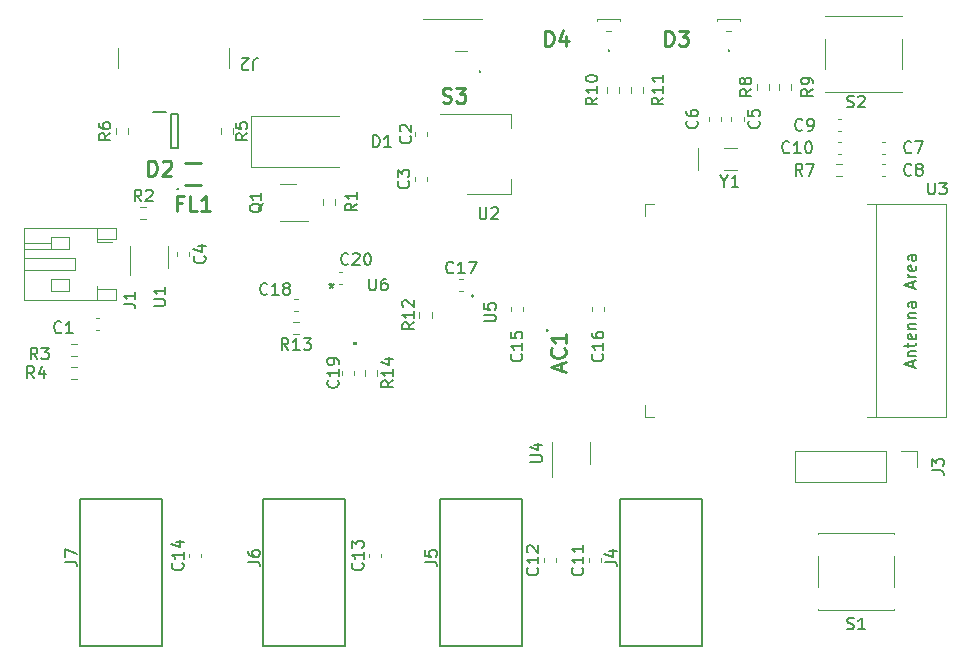
<source format=gbr>
%TF.GenerationSoftware,KiCad,Pcbnew,7.0.8*%
%TF.CreationDate,2023-12-05T20:52:07+01:00*%
%TF.ProjectId,HM_mainboard,484d5f6d-6169-46e6-926f-6172642e6b69,rev?*%
%TF.SameCoordinates,Original*%
%TF.FileFunction,Legend,Top*%
%TF.FilePolarity,Positive*%
%FSLAX46Y46*%
G04 Gerber Fmt 4.6, Leading zero omitted, Abs format (unit mm)*
G04 Created by KiCad (PCBNEW 7.0.8) date 2023-12-05 20:52:07*
%MOMM*%
%LPD*%
G01*
G04 APERTURE LIST*
%ADD10C,0.150000*%
%ADD11C,0.254000*%
%ADD12C,0.120000*%
%ADD13C,0.200000*%
%ADD14C,0.100000*%
G04 APERTURE END LIST*
D10*
X120984819Y-120451333D02*
X121699104Y-120451333D01*
X121699104Y-120451333D02*
X121841961Y-120498952D01*
X121841961Y-120498952D02*
X121937200Y-120594190D01*
X121937200Y-120594190D02*
X121984819Y-120737047D01*
X121984819Y-120737047D02*
X121984819Y-120832285D01*
X120984819Y-120070380D02*
X120984819Y-119403714D01*
X120984819Y-119403714D02*
X121984819Y-119832285D01*
X136478819Y-120451333D02*
X137193104Y-120451333D01*
X137193104Y-120451333D02*
X137335961Y-120498952D01*
X137335961Y-120498952D02*
X137431200Y-120594190D01*
X137431200Y-120594190D02*
X137478819Y-120737047D01*
X137478819Y-120737047D02*
X137478819Y-120832285D01*
X136478819Y-119546571D02*
X136478819Y-119737047D01*
X136478819Y-119737047D02*
X136526438Y-119832285D01*
X136526438Y-119832285D02*
X136574057Y-119879904D01*
X136574057Y-119879904D02*
X136716914Y-119975142D01*
X136716914Y-119975142D02*
X136907390Y-120022761D01*
X136907390Y-120022761D02*
X137288342Y-120022761D01*
X137288342Y-120022761D02*
X137383580Y-119975142D01*
X137383580Y-119975142D02*
X137431200Y-119927523D01*
X137431200Y-119927523D02*
X137478819Y-119832285D01*
X137478819Y-119832285D02*
X137478819Y-119641809D01*
X137478819Y-119641809D02*
X137431200Y-119546571D01*
X137431200Y-119546571D02*
X137383580Y-119498952D01*
X137383580Y-119498952D02*
X137288342Y-119451333D01*
X137288342Y-119451333D02*
X137050247Y-119451333D01*
X137050247Y-119451333D02*
X136955009Y-119498952D01*
X136955009Y-119498952D02*
X136907390Y-119546571D01*
X136907390Y-119546571D02*
X136859771Y-119641809D01*
X136859771Y-119641809D02*
X136859771Y-119832285D01*
X136859771Y-119832285D02*
X136907390Y-119927523D01*
X136907390Y-119927523D02*
X136955009Y-119975142D01*
X136955009Y-119975142D02*
X137050247Y-120022761D01*
X151464819Y-120451333D02*
X152179104Y-120451333D01*
X152179104Y-120451333D02*
X152321961Y-120498952D01*
X152321961Y-120498952D02*
X152417200Y-120594190D01*
X152417200Y-120594190D02*
X152464819Y-120737047D01*
X152464819Y-120737047D02*
X152464819Y-120832285D01*
X151464819Y-119498952D02*
X151464819Y-119975142D01*
X151464819Y-119975142D02*
X151941009Y-120022761D01*
X151941009Y-120022761D02*
X151893390Y-119975142D01*
X151893390Y-119975142D02*
X151845771Y-119879904D01*
X151845771Y-119879904D02*
X151845771Y-119641809D01*
X151845771Y-119641809D02*
X151893390Y-119546571D01*
X151893390Y-119546571D02*
X151941009Y-119498952D01*
X151941009Y-119498952D02*
X152036247Y-119451333D01*
X152036247Y-119451333D02*
X152274342Y-119451333D01*
X152274342Y-119451333D02*
X152369580Y-119498952D01*
X152369580Y-119498952D02*
X152417200Y-119546571D01*
X152417200Y-119546571D02*
X152464819Y-119641809D01*
X152464819Y-119641809D02*
X152464819Y-119879904D01*
X152464819Y-119879904D02*
X152417200Y-119975142D01*
X152417200Y-119975142D02*
X152369580Y-120022761D01*
X166704819Y-120451333D02*
X167419104Y-120451333D01*
X167419104Y-120451333D02*
X167561961Y-120498952D01*
X167561961Y-120498952D02*
X167657200Y-120594190D01*
X167657200Y-120594190D02*
X167704819Y-120737047D01*
X167704819Y-120737047D02*
X167704819Y-120832285D01*
X167038152Y-119546571D02*
X167704819Y-119546571D01*
X166657200Y-119784666D02*
X167371485Y-120022761D01*
X167371485Y-120022761D02*
X167371485Y-119403714D01*
X166475580Y-102877857D02*
X166523200Y-102925476D01*
X166523200Y-102925476D02*
X166570819Y-103068333D01*
X166570819Y-103068333D02*
X166570819Y-103163571D01*
X166570819Y-103163571D02*
X166523200Y-103306428D01*
X166523200Y-103306428D02*
X166427961Y-103401666D01*
X166427961Y-103401666D02*
X166332723Y-103449285D01*
X166332723Y-103449285D02*
X166142247Y-103496904D01*
X166142247Y-103496904D02*
X165999390Y-103496904D01*
X165999390Y-103496904D02*
X165808914Y-103449285D01*
X165808914Y-103449285D02*
X165713676Y-103401666D01*
X165713676Y-103401666D02*
X165618438Y-103306428D01*
X165618438Y-103306428D02*
X165570819Y-103163571D01*
X165570819Y-103163571D02*
X165570819Y-103068333D01*
X165570819Y-103068333D02*
X165618438Y-102925476D01*
X165618438Y-102925476D02*
X165666057Y-102877857D01*
X166570819Y-101925476D02*
X166570819Y-102496904D01*
X166570819Y-102211190D02*
X165570819Y-102211190D01*
X165570819Y-102211190D02*
X165713676Y-102306428D01*
X165713676Y-102306428D02*
X165808914Y-102401666D01*
X165808914Y-102401666D02*
X165856533Y-102496904D01*
X165570819Y-101068333D02*
X165570819Y-101258809D01*
X165570819Y-101258809D02*
X165618438Y-101354047D01*
X165618438Y-101354047D02*
X165666057Y-101401666D01*
X165666057Y-101401666D02*
X165808914Y-101496904D01*
X165808914Y-101496904D02*
X165999390Y-101544523D01*
X165999390Y-101544523D02*
X166380342Y-101544523D01*
X166380342Y-101544523D02*
X166475580Y-101496904D01*
X166475580Y-101496904D02*
X166523200Y-101449285D01*
X166523200Y-101449285D02*
X166570819Y-101354047D01*
X166570819Y-101354047D02*
X166570819Y-101163571D01*
X166570819Y-101163571D02*
X166523200Y-101068333D01*
X166523200Y-101068333D02*
X166475580Y-101020714D01*
X166475580Y-101020714D02*
X166380342Y-100973095D01*
X166380342Y-100973095D02*
X166142247Y-100973095D01*
X166142247Y-100973095D02*
X166047009Y-101020714D01*
X166047009Y-101020714D02*
X165999390Y-101068333D01*
X165999390Y-101068333D02*
X165951771Y-101163571D01*
X165951771Y-101163571D02*
X165951771Y-101354047D01*
X165951771Y-101354047D02*
X165999390Y-101449285D01*
X165999390Y-101449285D02*
X166047009Y-101496904D01*
X166047009Y-101496904D02*
X166142247Y-101544523D01*
X159617580Y-102877857D02*
X159665200Y-102925476D01*
X159665200Y-102925476D02*
X159712819Y-103068333D01*
X159712819Y-103068333D02*
X159712819Y-103163571D01*
X159712819Y-103163571D02*
X159665200Y-103306428D01*
X159665200Y-103306428D02*
X159569961Y-103401666D01*
X159569961Y-103401666D02*
X159474723Y-103449285D01*
X159474723Y-103449285D02*
X159284247Y-103496904D01*
X159284247Y-103496904D02*
X159141390Y-103496904D01*
X159141390Y-103496904D02*
X158950914Y-103449285D01*
X158950914Y-103449285D02*
X158855676Y-103401666D01*
X158855676Y-103401666D02*
X158760438Y-103306428D01*
X158760438Y-103306428D02*
X158712819Y-103163571D01*
X158712819Y-103163571D02*
X158712819Y-103068333D01*
X158712819Y-103068333D02*
X158760438Y-102925476D01*
X158760438Y-102925476D02*
X158808057Y-102877857D01*
X159712819Y-101925476D02*
X159712819Y-102496904D01*
X159712819Y-102211190D02*
X158712819Y-102211190D01*
X158712819Y-102211190D02*
X158855676Y-102306428D01*
X158855676Y-102306428D02*
X158950914Y-102401666D01*
X158950914Y-102401666D02*
X158998533Y-102496904D01*
X158712819Y-101020714D02*
X158712819Y-101496904D01*
X158712819Y-101496904D02*
X159189009Y-101544523D01*
X159189009Y-101544523D02*
X159141390Y-101496904D01*
X159141390Y-101496904D02*
X159093771Y-101401666D01*
X159093771Y-101401666D02*
X159093771Y-101163571D01*
X159093771Y-101163571D02*
X159141390Y-101068333D01*
X159141390Y-101068333D02*
X159189009Y-101020714D01*
X159189009Y-101020714D02*
X159284247Y-100973095D01*
X159284247Y-100973095D02*
X159522342Y-100973095D01*
X159522342Y-100973095D02*
X159617580Y-101020714D01*
X159617580Y-101020714D02*
X159665200Y-101068333D01*
X159665200Y-101068333D02*
X159712819Y-101163571D01*
X159712819Y-101163571D02*
X159712819Y-101401666D01*
X159712819Y-101401666D02*
X159665200Y-101496904D01*
X159665200Y-101496904D02*
X159617580Y-101544523D01*
D11*
X163021461Y-104277142D02*
X163021461Y-103672380D01*
X163384318Y-104398094D02*
X162114318Y-103974761D01*
X162114318Y-103974761D02*
X163384318Y-103551427D01*
X163263365Y-102402380D02*
X163323842Y-102462856D01*
X163323842Y-102462856D02*
X163384318Y-102644285D01*
X163384318Y-102644285D02*
X163384318Y-102765237D01*
X163384318Y-102765237D02*
X163323842Y-102946666D01*
X163323842Y-102946666D02*
X163202889Y-103067618D01*
X163202889Y-103067618D02*
X163081937Y-103128095D01*
X163081937Y-103128095D02*
X162840032Y-103188571D01*
X162840032Y-103188571D02*
X162658603Y-103188571D01*
X162658603Y-103188571D02*
X162416699Y-103128095D01*
X162416699Y-103128095D02*
X162295746Y-103067618D01*
X162295746Y-103067618D02*
X162174794Y-102946666D01*
X162174794Y-102946666D02*
X162114318Y-102765237D01*
X162114318Y-102765237D02*
X162114318Y-102644285D01*
X162114318Y-102644285D02*
X162174794Y-102462856D01*
X162174794Y-102462856D02*
X162235270Y-102402380D01*
X163384318Y-101192856D02*
X163384318Y-101918571D01*
X163384318Y-101555714D02*
X162114318Y-101555714D01*
X162114318Y-101555714D02*
X162295746Y-101676666D01*
X162295746Y-101676666D02*
X162416699Y-101797618D01*
X162416699Y-101797618D02*
X162477175Y-101918571D01*
X128047618Y-87764318D02*
X128047618Y-86494318D01*
X128047618Y-86494318D02*
X128349999Y-86494318D01*
X128349999Y-86494318D02*
X128531428Y-86554794D01*
X128531428Y-86554794D02*
X128652380Y-86675746D01*
X128652380Y-86675746D02*
X128712857Y-86796699D01*
X128712857Y-86796699D02*
X128773333Y-87038603D01*
X128773333Y-87038603D02*
X128773333Y-87220032D01*
X128773333Y-87220032D02*
X128712857Y-87461937D01*
X128712857Y-87461937D02*
X128652380Y-87582889D01*
X128652380Y-87582889D02*
X128531428Y-87703842D01*
X128531428Y-87703842D02*
X128349999Y-87764318D01*
X128349999Y-87764318D02*
X128047618Y-87764318D01*
X129257142Y-86615270D02*
X129317618Y-86554794D01*
X129317618Y-86554794D02*
X129438571Y-86494318D01*
X129438571Y-86494318D02*
X129740952Y-86494318D01*
X129740952Y-86494318D02*
X129861904Y-86554794D01*
X129861904Y-86554794D02*
X129922380Y-86615270D01*
X129922380Y-86615270D02*
X129982857Y-86736222D01*
X129982857Y-86736222D02*
X129982857Y-86857175D01*
X129982857Y-86857175D02*
X129922380Y-87038603D01*
X129922380Y-87038603D02*
X129196666Y-87764318D01*
X129196666Y-87764318D02*
X129982857Y-87764318D01*
X130888619Y-90079080D02*
X130465285Y-90079080D01*
X130465285Y-90744318D02*
X130465285Y-89474318D01*
X130465285Y-89474318D02*
X131070047Y-89474318D01*
X132158618Y-90744318D02*
X131553856Y-90744318D01*
X131553856Y-90744318D02*
X131553856Y-89474318D01*
X133247190Y-90744318D02*
X132521475Y-90744318D01*
X132884332Y-90744318D02*
X132884332Y-89474318D01*
X132884332Y-89474318D02*
X132763380Y-89655746D01*
X132763380Y-89655746D02*
X132642428Y-89776699D01*
X132642428Y-89776699D02*
X132521475Y-89837175D01*
D10*
X136424819Y-84181666D02*
X135948628Y-84514999D01*
X136424819Y-84753094D02*
X135424819Y-84753094D01*
X135424819Y-84753094D02*
X135424819Y-84372142D01*
X135424819Y-84372142D02*
X135472438Y-84276904D01*
X135472438Y-84276904D02*
X135520057Y-84229285D01*
X135520057Y-84229285D02*
X135615295Y-84181666D01*
X135615295Y-84181666D02*
X135758152Y-84181666D01*
X135758152Y-84181666D02*
X135853390Y-84229285D01*
X135853390Y-84229285D02*
X135901009Y-84276904D01*
X135901009Y-84276904D02*
X135948628Y-84372142D01*
X135948628Y-84372142D02*
X135948628Y-84753094D01*
X135424819Y-83276904D02*
X135424819Y-83753094D01*
X135424819Y-83753094D02*
X135901009Y-83800713D01*
X135901009Y-83800713D02*
X135853390Y-83753094D01*
X135853390Y-83753094D02*
X135805771Y-83657856D01*
X135805771Y-83657856D02*
X135805771Y-83419761D01*
X135805771Y-83419761D02*
X135853390Y-83324523D01*
X135853390Y-83324523D02*
X135901009Y-83276904D01*
X135901009Y-83276904D02*
X135996247Y-83229285D01*
X135996247Y-83229285D02*
X136234342Y-83229285D01*
X136234342Y-83229285D02*
X136329580Y-83276904D01*
X136329580Y-83276904D02*
X136377200Y-83324523D01*
X136377200Y-83324523D02*
X136424819Y-83419761D01*
X136424819Y-83419761D02*
X136424819Y-83657856D01*
X136424819Y-83657856D02*
X136377200Y-83753094D01*
X136377200Y-83753094D02*
X136329580Y-83800713D01*
X136938333Y-78845180D02*
X136938333Y-78130895D01*
X136938333Y-78130895D02*
X136985952Y-77988038D01*
X136985952Y-77988038D02*
X137081190Y-77892800D01*
X137081190Y-77892800D02*
X137224047Y-77845180D01*
X137224047Y-77845180D02*
X137319285Y-77845180D01*
X136509761Y-78749942D02*
X136462142Y-78797561D01*
X136462142Y-78797561D02*
X136366904Y-78845180D01*
X136366904Y-78845180D02*
X136128809Y-78845180D01*
X136128809Y-78845180D02*
X136033571Y-78797561D01*
X136033571Y-78797561D02*
X135985952Y-78749942D01*
X135985952Y-78749942D02*
X135938333Y-78654704D01*
X135938333Y-78654704D02*
X135938333Y-78559466D01*
X135938333Y-78559466D02*
X135985952Y-78416609D01*
X135985952Y-78416609D02*
X136557380Y-77845180D01*
X136557380Y-77845180D02*
X135938333Y-77845180D01*
X124834819Y-84181666D02*
X124358628Y-84514999D01*
X124834819Y-84753094D02*
X123834819Y-84753094D01*
X123834819Y-84753094D02*
X123834819Y-84372142D01*
X123834819Y-84372142D02*
X123882438Y-84276904D01*
X123882438Y-84276904D02*
X123930057Y-84229285D01*
X123930057Y-84229285D02*
X124025295Y-84181666D01*
X124025295Y-84181666D02*
X124168152Y-84181666D01*
X124168152Y-84181666D02*
X124263390Y-84229285D01*
X124263390Y-84229285D02*
X124311009Y-84276904D01*
X124311009Y-84276904D02*
X124358628Y-84372142D01*
X124358628Y-84372142D02*
X124358628Y-84753094D01*
X123834819Y-83324523D02*
X123834819Y-83514999D01*
X123834819Y-83514999D02*
X123882438Y-83610237D01*
X123882438Y-83610237D02*
X123930057Y-83657856D01*
X123930057Y-83657856D02*
X124072914Y-83753094D01*
X124072914Y-83753094D02*
X124263390Y-83800713D01*
X124263390Y-83800713D02*
X124644342Y-83800713D01*
X124644342Y-83800713D02*
X124739580Y-83753094D01*
X124739580Y-83753094D02*
X124787200Y-83705475D01*
X124787200Y-83705475D02*
X124834819Y-83610237D01*
X124834819Y-83610237D02*
X124834819Y-83419761D01*
X124834819Y-83419761D02*
X124787200Y-83324523D01*
X124787200Y-83324523D02*
X124739580Y-83276904D01*
X124739580Y-83276904D02*
X124644342Y-83229285D01*
X124644342Y-83229285D02*
X124406247Y-83229285D01*
X124406247Y-83229285D02*
X124311009Y-83276904D01*
X124311009Y-83276904D02*
X124263390Y-83324523D01*
X124263390Y-83324523D02*
X124215771Y-83419761D01*
X124215771Y-83419761D02*
X124215771Y-83610237D01*
X124215771Y-83610237D02*
X124263390Y-83705475D01*
X124263390Y-83705475D02*
X124311009Y-83753094D01*
X124311009Y-83753094D02*
X124406247Y-83800713D01*
X171650819Y-81160857D02*
X171174628Y-81494190D01*
X171650819Y-81732285D02*
X170650819Y-81732285D01*
X170650819Y-81732285D02*
X170650819Y-81351333D01*
X170650819Y-81351333D02*
X170698438Y-81256095D01*
X170698438Y-81256095D02*
X170746057Y-81208476D01*
X170746057Y-81208476D02*
X170841295Y-81160857D01*
X170841295Y-81160857D02*
X170984152Y-81160857D01*
X170984152Y-81160857D02*
X171079390Y-81208476D01*
X171079390Y-81208476D02*
X171127009Y-81256095D01*
X171127009Y-81256095D02*
X171174628Y-81351333D01*
X171174628Y-81351333D02*
X171174628Y-81732285D01*
X171650819Y-80208476D02*
X171650819Y-80779904D01*
X171650819Y-80494190D02*
X170650819Y-80494190D01*
X170650819Y-80494190D02*
X170793676Y-80589428D01*
X170793676Y-80589428D02*
X170888914Y-80684666D01*
X170888914Y-80684666D02*
X170936533Y-80779904D01*
X171650819Y-79256095D02*
X171650819Y-79827523D01*
X171650819Y-79541809D02*
X170650819Y-79541809D01*
X170650819Y-79541809D02*
X170793676Y-79637047D01*
X170793676Y-79637047D02*
X170888914Y-79732285D01*
X170888914Y-79732285D02*
X170936533Y-79827523D01*
X166062819Y-81160857D02*
X165586628Y-81494190D01*
X166062819Y-81732285D02*
X165062819Y-81732285D01*
X165062819Y-81732285D02*
X165062819Y-81351333D01*
X165062819Y-81351333D02*
X165110438Y-81256095D01*
X165110438Y-81256095D02*
X165158057Y-81208476D01*
X165158057Y-81208476D02*
X165253295Y-81160857D01*
X165253295Y-81160857D02*
X165396152Y-81160857D01*
X165396152Y-81160857D02*
X165491390Y-81208476D01*
X165491390Y-81208476D02*
X165539009Y-81256095D01*
X165539009Y-81256095D02*
X165586628Y-81351333D01*
X165586628Y-81351333D02*
X165586628Y-81732285D01*
X166062819Y-80208476D02*
X166062819Y-80779904D01*
X166062819Y-80494190D02*
X165062819Y-80494190D01*
X165062819Y-80494190D02*
X165205676Y-80589428D01*
X165205676Y-80589428D02*
X165300914Y-80684666D01*
X165300914Y-80684666D02*
X165348533Y-80779904D01*
X165062819Y-79589428D02*
X165062819Y-79494190D01*
X165062819Y-79494190D02*
X165110438Y-79398952D01*
X165110438Y-79398952D02*
X165158057Y-79351333D01*
X165158057Y-79351333D02*
X165253295Y-79303714D01*
X165253295Y-79303714D02*
X165443771Y-79256095D01*
X165443771Y-79256095D02*
X165681866Y-79256095D01*
X165681866Y-79256095D02*
X165872342Y-79303714D01*
X165872342Y-79303714D02*
X165967580Y-79351333D01*
X165967580Y-79351333D02*
X166015200Y-79398952D01*
X166015200Y-79398952D02*
X166062819Y-79494190D01*
X166062819Y-79494190D02*
X166062819Y-79589428D01*
X166062819Y-79589428D02*
X166015200Y-79684666D01*
X166015200Y-79684666D02*
X165967580Y-79732285D01*
X165967580Y-79732285D02*
X165872342Y-79779904D01*
X165872342Y-79779904D02*
X165681866Y-79827523D01*
X165681866Y-79827523D02*
X165443771Y-79827523D01*
X165443771Y-79827523D02*
X165253295Y-79779904D01*
X165253295Y-79779904D02*
X165158057Y-79732285D01*
X165158057Y-79732285D02*
X165110438Y-79684666D01*
X165110438Y-79684666D02*
X165062819Y-79589428D01*
D11*
X161622618Y-76774318D02*
X161622618Y-75504318D01*
X161622618Y-75504318D02*
X161924999Y-75504318D01*
X161924999Y-75504318D02*
X162106428Y-75564794D01*
X162106428Y-75564794D02*
X162227380Y-75685746D01*
X162227380Y-75685746D02*
X162287857Y-75806699D01*
X162287857Y-75806699D02*
X162348333Y-76048603D01*
X162348333Y-76048603D02*
X162348333Y-76230032D01*
X162348333Y-76230032D02*
X162287857Y-76471937D01*
X162287857Y-76471937D02*
X162227380Y-76592889D01*
X162227380Y-76592889D02*
X162106428Y-76713842D01*
X162106428Y-76713842D02*
X161924999Y-76774318D01*
X161924999Y-76774318D02*
X161622618Y-76774318D01*
X163436904Y-75927651D02*
X163436904Y-76774318D01*
X163134523Y-75443842D02*
X162832142Y-76350984D01*
X162832142Y-76350984D02*
X163618333Y-76350984D01*
D10*
X160384819Y-112013904D02*
X161194342Y-112013904D01*
X161194342Y-112013904D02*
X161289580Y-111966285D01*
X161289580Y-111966285D02*
X161337200Y-111918666D01*
X161337200Y-111918666D02*
X161384819Y-111823428D01*
X161384819Y-111823428D02*
X161384819Y-111632952D01*
X161384819Y-111632952D02*
X161337200Y-111537714D01*
X161337200Y-111537714D02*
X161289580Y-111490095D01*
X161289580Y-111490095D02*
X161194342Y-111442476D01*
X161194342Y-111442476D02*
X160384819Y-111442476D01*
X160718152Y-110537714D02*
X161384819Y-110537714D01*
X160337200Y-110775809D02*
X161051485Y-111013904D01*
X161051485Y-111013904D02*
X161051485Y-110394857D01*
X148777293Y-105102582D02*
X148301102Y-105435915D01*
X148777293Y-105674010D02*
X147777293Y-105674010D01*
X147777293Y-105674010D02*
X147777293Y-105293058D01*
X147777293Y-105293058D02*
X147824912Y-105197820D01*
X147824912Y-105197820D02*
X147872531Y-105150201D01*
X147872531Y-105150201D02*
X147967769Y-105102582D01*
X147967769Y-105102582D02*
X148110626Y-105102582D01*
X148110626Y-105102582D02*
X148205864Y-105150201D01*
X148205864Y-105150201D02*
X148253483Y-105197820D01*
X148253483Y-105197820D02*
X148301102Y-105293058D01*
X148301102Y-105293058D02*
X148301102Y-105674010D01*
X148777293Y-104150201D02*
X148777293Y-104721629D01*
X148777293Y-104435915D02*
X147777293Y-104435915D01*
X147777293Y-104435915D02*
X147920150Y-104531153D01*
X147920150Y-104531153D02*
X148015388Y-104626391D01*
X148015388Y-104626391D02*
X148063007Y-104721629D01*
X148110626Y-103293058D02*
X148777293Y-103293058D01*
X147729674Y-103531153D02*
X148443959Y-103769248D01*
X148443959Y-103769248D02*
X148443959Y-103150201D01*
X139899616Y-102534544D02*
X139566283Y-102058353D01*
X139328188Y-102534544D02*
X139328188Y-101534544D01*
X139328188Y-101534544D02*
X139709140Y-101534544D01*
X139709140Y-101534544D02*
X139804378Y-101582163D01*
X139804378Y-101582163D02*
X139851997Y-101629782D01*
X139851997Y-101629782D02*
X139899616Y-101725020D01*
X139899616Y-101725020D02*
X139899616Y-101867877D01*
X139899616Y-101867877D02*
X139851997Y-101963115D01*
X139851997Y-101963115D02*
X139804378Y-102010734D01*
X139804378Y-102010734D02*
X139709140Y-102058353D01*
X139709140Y-102058353D02*
X139328188Y-102058353D01*
X140851997Y-102534544D02*
X140280569Y-102534544D01*
X140566283Y-102534544D02*
X140566283Y-101534544D01*
X140566283Y-101534544D02*
X140471045Y-101677401D01*
X140471045Y-101677401D02*
X140375807Y-101772639D01*
X140375807Y-101772639D02*
X140280569Y-101820258D01*
X141185331Y-101534544D02*
X141804378Y-101534544D01*
X141804378Y-101534544D02*
X141471045Y-101915496D01*
X141471045Y-101915496D02*
X141613902Y-101915496D01*
X141613902Y-101915496D02*
X141709140Y-101963115D01*
X141709140Y-101963115D02*
X141756759Y-102010734D01*
X141756759Y-102010734D02*
X141804378Y-102105972D01*
X141804378Y-102105972D02*
X141804378Y-102344067D01*
X141804378Y-102344067D02*
X141756759Y-102439305D01*
X141756759Y-102439305D02*
X141709140Y-102486925D01*
X141709140Y-102486925D02*
X141613902Y-102534544D01*
X141613902Y-102534544D02*
X141328188Y-102534544D01*
X141328188Y-102534544D02*
X141232950Y-102486925D01*
X141232950Y-102486925D02*
X141185331Y-102439305D01*
X150547819Y-100197857D02*
X150071628Y-100531190D01*
X150547819Y-100769285D02*
X149547819Y-100769285D01*
X149547819Y-100769285D02*
X149547819Y-100388333D01*
X149547819Y-100388333D02*
X149595438Y-100293095D01*
X149595438Y-100293095D02*
X149643057Y-100245476D01*
X149643057Y-100245476D02*
X149738295Y-100197857D01*
X149738295Y-100197857D02*
X149881152Y-100197857D01*
X149881152Y-100197857D02*
X149976390Y-100245476D01*
X149976390Y-100245476D02*
X150024009Y-100293095D01*
X150024009Y-100293095D02*
X150071628Y-100388333D01*
X150071628Y-100388333D02*
X150071628Y-100769285D01*
X150547819Y-99245476D02*
X150547819Y-99816904D01*
X150547819Y-99531190D02*
X149547819Y-99531190D01*
X149547819Y-99531190D02*
X149690676Y-99626428D01*
X149690676Y-99626428D02*
X149785914Y-99721666D01*
X149785914Y-99721666D02*
X149833533Y-99816904D01*
X149643057Y-98864523D02*
X149595438Y-98816904D01*
X149595438Y-98816904D02*
X149547819Y-98721666D01*
X149547819Y-98721666D02*
X149547819Y-98483571D01*
X149547819Y-98483571D02*
X149595438Y-98388333D01*
X149595438Y-98388333D02*
X149643057Y-98340714D01*
X149643057Y-98340714D02*
X149738295Y-98293095D01*
X149738295Y-98293095D02*
X149833533Y-98293095D01*
X149833533Y-98293095D02*
X149976390Y-98340714D01*
X149976390Y-98340714D02*
X150547819Y-98912142D01*
X150547819Y-98912142D02*
X150547819Y-98293095D01*
X179110819Y-80430666D02*
X178634628Y-80763999D01*
X179110819Y-81002094D02*
X178110819Y-81002094D01*
X178110819Y-81002094D02*
X178110819Y-80621142D01*
X178110819Y-80621142D02*
X178158438Y-80525904D01*
X178158438Y-80525904D02*
X178206057Y-80478285D01*
X178206057Y-80478285D02*
X178301295Y-80430666D01*
X178301295Y-80430666D02*
X178444152Y-80430666D01*
X178444152Y-80430666D02*
X178539390Y-80478285D01*
X178539390Y-80478285D02*
X178587009Y-80525904D01*
X178587009Y-80525904D02*
X178634628Y-80621142D01*
X178634628Y-80621142D02*
X178634628Y-81002094D01*
X178539390Y-79859237D02*
X178491771Y-79954475D01*
X178491771Y-79954475D02*
X178444152Y-80002094D01*
X178444152Y-80002094D02*
X178348914Y-80049713D01*
X178348914Y-80049713D02*
X178301295Y-80049713D01*
X178301295Y-80049713D02*
X178206057Y-80002094D01*
X178206057Y-80002094D02*
X178158438Y-79954475D01*
X178158438Y-79954475D02*
X178110819Y-79859237D01*
X178110819Y-79859237D02*
X178110819Y-79668761D01*
X178110819Y-79668761D02*
X178158438Y-79573523D01*
X178158438Y-79573523D02*
X178206057Y-79525904D01*
X178206057Y-79525904D02*
X178301295Y-79478285D01*
X178301295Y-79478285D02*
X178348914Y-79478285D01*
X178348914Y-79478285D02*
X178444152Y-79525904D01*
X178444152Y-79525904D02*
X178491771Y-79573523D01*
X178491771Y-79573523D02*
X178539390Y-79668761D01*
X178539390Y-79668761D02*
X178539390Y-79859237D01*
X178539390Y-79859237D02*
X178587009Y-79954475D01*
X178587009Y-79954475D02*
X178634628Y-80002094D01*
X178634628Y-80002094D02*
X178729866Y-80049713D01*
X178729866Y-80049713D02*
X178920342Y-80049713D01*
X178920342Y-80049713D02*
X179015580Y-80002094D01*
X179015580Y-80002094D02*
X179063200Y-79954475D01*
X179063200Y-79954475D02*
X179110819Y-79859237D01*
X179110819Y-79859237D02*
X179110819Y-79668761D01*
X179110819Y-79668761D02*
X179063200Y-79573523D01*
X179063200Y-79573523D02*
X179015580Y-79525904D01*
X179015580Y-79525904D02*
X178920342Y-79478285D01*
X178920342Y-79478285D02*
X178729866Y-79478285D01*
X178729866Y-79478285D02*
X178634628Y-79525904D01*
X178634628Y-79525904D02*
X178587009Y-79573523D01*
X178587009Y-79573523D02*
X178539390Y-79668761D01*
X146731594Y-96488519D02*
X146731594Y-97298042D01*
X146731594Y-97298042D02*
X146779213Y-97393280D01*
X146779213Y-97393280D02*
X146826832Y-97440900D01*
X146826832Y-97440900D02*
X146922070Y-97488519D01*
X146922070Y-97488519D02*
X147112546Y-97488519D01*
X147112546Y-97488519D02*
X147207784Y-97440900D01*
X147207784Y-97440900D02*
X147255403Y-97393280D01*
X147255403Y-97393280D02*
X147303022Y-97298042D01*
X147303022Y-97298042D02*
X147303022Y-96488519D01*
X148207784Y-96488519D02*
X148017308Y-96488519D01*
X148017308Y-96488519D02*
X147922070Y-96536138D01*
X147922070Y-96536138D02*
X147874451Y-96583757D01*
X147874451Y-96583757D02*
X147779213Y-96726614D01*
X147779213Y-96726614D02*
X147731594Y-96917090D01*
X147731594Y-96917090D02*
X147731594Y-97298042D01*
X147731594Y-97298042D02*
X147779213Y-97393280D01*
X147779213Y-97393280D02*
X147826832Y-97440900D01*
X147826832Y-97440900D02*
X147922070Y-97488519D01*
X147922070Y-97488519D02*
X148112546Y-97488519D01*
X148112546Y-97488519D02*
X148207784Y-97440900D01*
X148207784Y-97440900D02*
X148255403Y-97393280D01*
X148255403Y-97393280D02*
X148303022Y-97298042D01*
X148303022Y-97298042D02*
X148303022Y-97059947D01*
X148303022Y-97059947D02*
X148255403Y-96964709D01*
X148255403Y-96964709D02*
X148207784Y-96917090D01*
X148207784Y-96917090D02*
X148112546Y-96869471D01*
X148112546Y-96869471D02*
X147922070Y-96869471D01*
X147922070Y-96869471D02*
X147826832Y-96917090D01*
X147826832Y-96917090D02*
X147779213Y-96964709D01*
X147779213Y-96964709D02*
X147731594Y-97059947D01*
X143545999Y-96838419D02*
X143545999Y-97076514D01*
X143307904Y-96981276D02*
X143545999Y-97076514D01*
X143545999Y-97076514D02*
X143784094Y-96981276D01*
X143403142Y-97266990D02*
X143545999Y-97076514D01*
X143545999Y-97076514D02*
X143688856Y-97266990D01*
X143545999Y-96838419D02*
X143545999Y-97076514D01*
X143307904Y-96981276D02*
X143545999Y-97076514D01*
X143545999Y-97076514D02*
X143784094Y-96981276D01*
X143403142Y-97266990D02*
X143545999Y-97076514D01*
X143545999Y-97076514D02*
X143688856Y-97266990D01*
X156460819Y-100107904D02*
X157270342Y-100107904D01*
X157270342Y-100107904D02*
X157365580Y-100060285D01*
X157365580Y-100060285D02*
X157413200Y-100012666D01*
X157413200Y-100012666D02*
X157460819Y-99917428D01*
X157460819Y-99917428D02*
X157460819Y-99726952D01*
X157460819Y-99726952D02*
X157413200Y-99631714D01*
X157413200Y-99631714D02*
X157365580Y-99584095D01*
X157365580Y-99584095D02*
X157270342Y-99536476D01*
X157270342Y-99536476D02*
X156460819Y-99536476D01*
X156460819Y-98584095D02*
X156460819Y-99060285D01*
X156460819Y-99060285D02*
X156937009Y-99107904D01*
X156937009Y-99107904D02*
X156889390Y-99060285D01*
X156889390Y-99060285D02*
X156841771Y-98965047D01*
X156841771Y-98965047D02*
X156841771Y-98726952D01*
X156841771Y-98726952D02*
X156889390Y-98631714D01*
X156889390Y-98631714D02*
X156937009Y-98584095D01*
X156937009Y-98584095D02*
X157032247Y-98536476D01*
X157032247Y-98536476D02*
X157270342Y-98536476D01*
X157270342Y-98536476D02*
X157365580Y-98584095D01*
X157365580Y-98584095D02*
X157413200Y-98631714D01*
X157413200Y-98631714D02*
X157460819Y-98726952D01*
X157460819Y-98726952D02*
X157460819Y-98965047D01*
X157460819Y-98965047D02*
X157413200Y-99060285D01*
X157413200Y-99060285D02*
X157365580Y-99107904D01*
X184320819Y-80430666D02*
X183844628Y-80763999D01*
X184320819Y-81002094D02*
X183320819Y-81002094D01*
X183320819Y-81002094D02*
X183320819Y-80621142D01*
X183320819Y-80621142D02*
X183368438Y-80525904D01*
X183368438Y-80525904D02*
X183416057Y-80478285D01*
X183416057Y-80478285D02*
X183511295Y-80430666D01*
X183511295Y-80430666D02*
X183654152Y-80430666D01*
X183654152Y-80430666D02*
X183749390Y-80478285D01*
X183749390Y-80478285D02*
X183797009Y-80525904D01*
X183797009Y-80525904D02*
X183844628Y-80621142D01*
X183844628Y-80621142D02*
X183844628Y-81002094D01*
X184320819Y-79954475D02*
X184320819Y-79763999D01*
X184320819Y-79763999D02*
X184273200Y-79668761D01*
X184273200Y-79668761D02*
X184225580Y-79621142D01*
X184225580Y-79621142D02*
X184082723Y-79525904D01*
X184082723Y-79525904D02*
X183892247Y-79478285D01*
X183892247Y-79478285D02*
X183511295Y-79478285D01*
X183511295Y-79478285D02*
X183416057Y-79525904D01*
X183416057Y-79525904D02*
X183368438Y-79573523D01*
X183368438Y-79573523D02*
X183320819Y-79668761D01*
X183320819Y-79668761D02*
X183320819Y-79859237D01*
X183320819Y-79859237D02*
X183368438Y-79954475D01*
X183368438Y-79954475D02*
X183416057Y-80002094D01*
X183416057Y-80002094D02*
X183511295Y-80049713D01*
X183511295Y-80049713D02*
X183749390Y-80049713D01*
X183749390Y-80049713D02*
X183844628Y-80002094D01*
X183844628Y-80002094D02*
X183892247Y-79954475D01*
X183892247Y-79954475D02*
X183939866Y-79859237D01*
X183939866Y-79859237D02*
X183939866Y-79668761D01*
X183939866Y-79668761D02*
X183892247Y-79573523D01*
X183892247Y-79573523D02*
X183844628Y-79525904D01*
X183844628Y-79525904D02*
X183749390Y-79478285D01*
X174476580Y-83124166D02*
X174524200Y-83171785D01*
X174524200Y-83171785D02*
X174571819Y-83314642D01*
X174571819Y-83314642D02*
X174571819Y-83409880D01*
X174571819Y-83409880D02*
X174524200Y-83552737D01*
X174524200Y-83552737D02*
X174428961Y-83647975D01*
X174428961Y-83647975D02*
X174333723Y-83695594D01*
X174333723Y-83695594D02*
X174143247Y-83743213D01*
X174143247Y-83743213D02*
X174000390Y-83743213D01*
X174000390Y-83743213D02*
X173809914Y-83695594D01*
X173809914Y-83695594D02*
X173714676Y-83647975D01*
X173714676Y-83647975D02*
X173619438Y-83552737D01*
X173619438Y-83552737D02*
X173571819Y-83409880D01*
X173571819Y-83409880D02*
X173571819Y-83314642D01*
X173571819Y-83314642D02*
X173619438Y-83171785D01*
X173619438Y-83171785D02*
X173667057Y-83124166D01*
X173571819Y-82267023D02*
X173571819Y-82457499D01*
X173571819Y-82457499D02*
X173619438Y-82552737D01*
X173619438Y-82552737D02*
X173667057Y-82600356D01*
X173667057Y-82600356D02*
X173809914Y-82695594D01*
X173809914Y-82695594D02*
X174000390Y-82743213D01*
X174000390Y-82743213D02*
X174381342Y-82743213D01*
X174381342Y-82743213D02*
X174476580Y-82695594D01*
X174476580Y-82695594D02*
X174524200Y-82647975D01*
X174524200Y-82647975D02*
X174571819Y-82552737D01*
X174571819Y-82552737D02*
X174571819Y-82362261D01*
X174571819Y-82362261D02*
X174524200Y-82267023D01*
X174524200Y-82267023D02*
X174476580Y-82219404D01*
X174476580Y-82219404D02*
X174381342Y-82171785D01*
X174381342Y-82171785D02*
X174143247Y-82171785D01*
X174143247Y-82171785D02*
X174048009Y-82219404D01*
X174048009Y-82219404D02*
X174000390Y-82267023D01*
X174000390Y-82267023D02*
X173952771Y-82362261D01*
X173952771Y-82362261D02*
X173952771Y-82552737D01*
X173952771Y-82552737D02*
X174000390Y-82647975D01*
X174000390Y-82647975D02*
X174048009Y-82695594D01*
X174048009Y-82695594D02*
X174143247Y-82743213D01*
X125946819Y-98631333D02*
X126661104Y-98631333D01*
X126661104Y-98631333D02*
X126803961Y-98678952D01*
X126803961Y-98678952D02*
X126899200Y-98774190D01*
X126899200Y-98774190D02*
X126946819Y-98917047D01*
X126946819Y-98917047D02*
X126946819Y-99012285D01*
X126946819Y-97631333D02*
X126946819Y-98202761D01*
X126946819Y-97917047D02*
X125946819Y-97917047D01*
X125946819Y-97917047D02*
X126089676Y-98012285D01*
X126089676Y-98012285D02*
X126184914Y-98107523D01*
X126184914Y-98107523D02*
X126232533Y-98202761D01*
X194056095Y-88354819D02*
X194056095Y-89164342D01*
X194056095Y-89164342D02*
X194103714Y-89259580D01*
X194103714Y-89259580D02*
X194151333Y-89307200D01*
X194151333Y-89307200D02*
X194246571Y-89354819D01*
X194246571Y-89354819D02*
X194437047Y-89354819D01*
X194437047Y-89354819D02*
X194532285Y-89307200D01*
X194532285Y-89307200D02*
X194579904Y-89259580D01*
X194579904Y-89259580D02*
X194627523Y-89164342D01*
X194627523Y-89164342D02*
X194627523Y-88354819D01*
X195008476Y-88354819D02*
X195627523Y-88354819D01*
X195627523Y-88354819D02*
X195294190Y-88735771D01*
X195294190Y-88735771D02*
X195437047Y-88735771D01*
X195437047Y-88735771D02*
X195532285Y-88783390D01*
X195532285Y-88783390D02*
X195579904Y-88831009D01*
X195579904Y-88831009D02*
X195627523Y-88926247D01*
X195627523Y-88926247D02*
X195627523Y-89164342D01*
X195627523Y-89164342D02*
X195579904Y-89259580D01*
X195579904Y-89259580D02*
X195532285Y-89307200D01*
X195532285Y-89307200D02*
X195437047Y-89354819D01*
X195437047Y-89354819D02*
X195151333Y-89354819D01*
X195151333Y-89354819D02*
X195056095Y-89307200D01*
X195056095Y-89307200D02*
X195008476Y-89259580D01*
X192769104Y-103961905D02*
X192769104Y-103485715D01*
X193054819Y-104057143D02*
X192054819Y-103723810D01*
X192054819Y-103723810D02*
X193054819Y-103390477D01*
X192388152Y-103057143D02*
X193054819Y-103057143D01*
X192483390Y-103057143D02*
X192435771Y-103009524D01*
X192435771Y-103009524D02*
X192388152Y-102914286D01*
X192388152Y-102914286D02*
X192388152Y-102771429D01*
X192388152Y-102771429D02*
X192435771Y-102676191D01*
X192435771Y-102676191D02*
X192531009Y-102628572D01*
X192531009Y-102628572D02*
X193054819Y-102628572D01*
X192388152Y-102295238D02*
X192388152Y-101914286D01*
X192054819Y-102152381D02*
X192911961Y-102152381D01*
X192911961Y-102152381D02*
X193007200Y-102104762D01*
X193007200Y-102104762D02*
X193054819Y-102009524D01*
X193054819Y-102009524D02*
X193054819Y-101914286D01*
X193007200Y-101200000D02*
X193054819Y-101295238D01*
X193054819Y-101295238D02*
X193054819Y-101485714D01*
X193054819Y-101485714D02*
X193007200Y-101580952D01*
X193007200Y-101580952D02*
X192911961Y-101628571D01*
X192911961Y-101628571D02*
X192531009Y-101628571D01*
X192531009Y-101628571D02*
X192435771Y-101580952D01*
X192435771Y-101580952D02*
X192388152Y-101485714D01*
X192388152Y-101485714D02*
X192388152Y-101295238D01*
X192388152Y-101295238D02*
X192435771Y-101200000D01*
X192435771Y-101200000D02*
X192531009Y-101152381D01*
X192531009Y-101152381D02*
X192626247Y-101152381D01*
X192626247Y-101152381D02*
X192721485Y-101628571D01*
X192388152Y-100723809D02*
X193054819Y-100723809D01*
X192483390Y-100723809D02*
X192435771Y-100676190D01*
X192435771Y-100676190D02*
X192388152Y-100580952D01*
X192388152Y-100580952D02*
X192388152Y-100438095D01*
X192388152Y-100438095D02*
X192435771Y-100342857D01*
X192435771Y-100342857D02*
X192531009Y-100295238D01*
X192531009Y-100295238D02*
X193054819Y-100295238D01*
X192388152Y-99819047D02*
X193054819Y-99819047D01*
X192483390Y-99819047D02*
X192435771Y-99771428D01*
X192435771Y-99771428D02*
X192388152Y-99676190D01*
X192388152Y-99676190D02*
X192388152Y-99533333D01*
X192388152Y-99533333D02*
X192435771Y-99438095D01*
X192435771Y-99438095D02*
X192531009Y-99390476D01*
X192531009Y-99390476D02*
X193054819Y-99390476D01*
X193054819Y-98485714D02*
X192531009Y-98485714D01*
X192531009Y-98485714D02*
X192435771Y-98533333D01*
X192435771Y-98533333D02*
X192388152Y-98628571D01*
X192388152Y-98628571D02*
X192388152Y-98819047D01*
X192388152Y-98819047D02*
X192435771Y-98914285D01*
X193007200Y-98485714D02*
X193054819Y-98580952D01*
X193054819Y-98580952D02*
X193054819Y-98819047D01*
X193054819Y-98819047D02*
X193007200Y-98914285D01*
X193007200Y-98914285D02*
X192911961Y-98961904D01*
X192911961Y-98961904D02*
X192816723Y-98961904D01*
X192816723Y-98961904D02*
X192721485Y-98914285D01*
X192721485Y-98914285D02*
X192673866Y-98819047D01*
X192673866Y-98819047D02*
X192673866Y-98580952D01*
X192673866Y-98580952D02*
X192626247Y-98485714D01*
X192769104Y-97295237D02*
X192769104Y-96819047D01*
X193054819Y-97390475D02*
X192054819Y-97057142D01*
X192054819Y-97057142D02*
X193054819Y-96723809D01*
X193054819Y-96390475D02*
X192388152Y-96390475D01*
X192578628Y-96390475D02*
X192483390Y-96342856D01*
X192483390Y-96342856D02*
X192435771Y-96295237D01*
X192435771Y-96295237D02*
X192388152Y-96199999D01*
X192388152Y-96199999D02*
X192388152Y-96104761D01*
X193007200Y-95390475D02*
X193054819Y-95485713D01*
X193054819Y-95485713D02*
X193054819Y-95676189D01*
X193054819Y-95676189D02*
X193007200Y-95771427D01*
X193007200Y-95771427D02*
X192911961Y-95819046D01*
X192911961Y-95819046D02*
X192531009Y-95819046D01*
X192531009Y-95819046D02*
X192435771Y-95771427D01*
X192435771Y-95771427D02*
X192388152Y-95676189D01*
X192388152Y-95676189D02*
X192388152Y-95485713D01*
X192388152Y-95485713D02*
X192435771Y-95390475D01*
X192435771Y-95390475D02*
X192531009Y-95342856D01*
X192531009Y-95342856D02*
X192626247Y-95342856D01*
X192626247Y-95342856D02*
X192721485Y-95819046D01*
X193054819Y-94485713D02*
X192531009Y-94485713D01*
X192531009Y-94485713D02*
X192435771Y-94533332D01*
X192435771Y-94533332D02*
X192388152Y-94628570D01*
X192388152Y-94628570D02*
X192388152Y-94819046D01*
X192388152Y-94819046D02*
X192435771Y-94914284D01*
X193007200Y-94485713D02*
X193054819Y-94580951D01*
X193054819Y-94580951D02*
X193054819Y-94819046D01*
X193054819Y-94819046D02*
X193007200Y-94914284D01*
X193007200Y-94914284D02*
X192911961Y-94961903D01*
X192911961Y-94961903D02*
X192816723Y-94961903D01*
X192816723Y-94961903D02*
X192721485Y-94914284D01*
X192721485Y-94914284D02*
X192673866Y-94819046D01*
X192673866Y-94819046D02*
X192673866Y-94580951D01*
X192673866Y-94580951D02*
X192626247Y-94485713D01*
X194389819Y-112728333D02*
X195104104Y-112728333D01*
X195104104Y-112728333D02*
X195246961Y-112775952D01*
X195246961Y-112775952D02*
X195342200Y-112871190D01*
X195342200Y-112871190D02*
X195389819Y-113014047D01*
X195389819Y-113014047D02*
X195389819Y-113109285D01*
X194389819Y-112347380D02*
X194389819Y-111728333D01*
X194389819Y-111728333D02*
X194770771Y-112061666D01*
X194770771Y-112061666D02*
X194770771Y-111918809D01*
X194770771Y-111918809D02*
X194818390Y-111823571D01*
X194818390Y-111823571D02*
X194866009Y-111775952D01*
X194866009Y-111775952D02*
X194961247Y-111728333D01*
X194961247Y-111728333D02*
X195199342Y-111728333D01*
X195199342Y-111728333D02*
X195294580Y-111775952D01*
X195294580Y-111775952D02*
X195342200Y-111823571D01*
X195342200Y-111823571D02*
X195389819Y-111918809D01*
X195389819Y-111918809D02*
X195389819Y-112204523D01*
X195389819Y-112204523D02*
X195342200Y-112299761D01*
X195342200Y-112299761D02*
X195294580Y-112347380D01*
X176815809Y-88243628D02*
X176815809Y-88719819D01*
X176482476Y-87719819D02*
X176815809Y-88243628D01*
X176815809Y-88243628D02*
X177149142Y-87719819D01*
X178006285Y-88719819D02*
X177434857Y-88719819D01*
X177720571Y-88719819D02*
X177720571Y-87719819D01*
X177720571Y-87719819D02*
X177625333Y-87862676D01*
X177625333Y-87862676D02*
X177530095Y-87957914D01*
X177530095Y-87957914D02*
X177434857Y-88005533D01*
X150059580Y-88219166D02*
X150107200Y-88266785D01*
X150107200Y-88266785D02*
X150154819Y-88409642D01*
X150154819Y-88409642D02*
X150154819Y-88504880D01*
X150154819Y-88504880D02*
X150107200Y-88647737D01*
X150107200Y-88647737D02*
X150011961Y-88742975D01*
X150011961Y-88742975D02*
X149916723Y-88790594D01*
X149916723Y-88790594D02*
X149726247Y-88838213D01*
X149726247Y-88838213D02*
X149583390Y-88838213D01*
X149583390Y-88838213D02*
X149392914Y-88790594D01*
X149392914Y-88790594D02*
X149297676Y-88742975D01*
X149297676Y-88742975D02*
X149202438Y-88647737D01*
X149202438Y-88647737D02*
X149154819Y-88504880D01*
X149154819Y-88504880D02*
X149154819Y-88409642D01*
X149154819Y-88409642D02*
X149202438Y-88266785D01*
X149202438Y-88266785D02*
X149250057Y-88219166D01*
X149154819Y-87885832D02*
X149154819Y-87266785D01*
X149154819Y-87266785D02*
X149535771Y-87600118D01*
X149535771Y-87600118D02*
X149535771Y-87457261D01*
X149535771Y-87457261D02*
X149583390Y-87362023D01*
X149583390Y-87362023D02*
X149631009Y-87314404D01*
X149631009Y-87314404D02*
X149726247Y-87266785D01*
X149726247Y-87266785D02*
X149964342Y-87266785D01*
X149964342Y-87266785D02*
X150059580Y-87314404D01*
X150059580Y-87314404D02*
X150107200Y-87362023D01*
X150107200Y-87362023D02*
X150154819Y-87457261D01*
X150154819Y-87457261D02*
X150154819Y-87742975D01*
X150154819Y-87742975D02*
X150107200Y-87838213D01*
X150107200Y-87838213D02*
X150059580Y-87885832D01*
D11*
X152956380Y-81539842D02*
X153137809Y-81600318D01*
X153137809Y-81600318D02*
X153440190Y-81600318D01*
X153440190Y-81600318D02*
X153561142Y-81539842D01*
X153561142Y-81539842D02*
X153621618Y-81479365D01*
X153621618Y-81479365D02*
X153682095Y-81358413D01*
X153682095Y-81358413D02*
X153682095Y-81237461D01*
X153682095Y-81237461D02*
X153621618Y-81116508D01*
X153621618Y-81116508D02*
X153561142Y-81056032D01*
X153561142Y-81056032D02*
X153440190Y-80995556D01*
X153440190Y-80995556D02*
X153198285Y-80935080D01*
X153198285Y-80935080D02*
X153077333Y-80874603D01*
X153077333Y-80874603D02*
X153016856Y-80814127D01*
X153016856Y-80814127D02*
X152956380Y-80693175D01*
X152956380Y-80693175D02*
X152956380Y-80572222D01*
X152956380Y-80572222D02*
X153016856Y-80451270D01*
X153016856Y-80451270D02*
X153077333Y-80390794D01*
X153077333Y-80390794D02*
X153198285Y-80330318D01*
X153198285Y-80330318D02*
X153500666Y-80330318D01*
X153500666Y-80330318D02*
X153682095Y-80390794D01*
X154105428Y-80330318D02*
X154891619Y-80330318D01*
X154891619Y-80330318D02*
X154468285Y-80814127D01*
X154468285Y-80814127D02*
X154649714Y-80814127D01*
X154649714Y-80814127D02*
X154770666Y-80874603D01*
X154770666Y-80874603D02*
X154831142Y-80935080D01*
X154831142Y-80935080D02*
X154891619Y-81056032D01*
X154891619Y-81056032D02*
X154891619Y-81358413D01*
X154891619Y-81358413D02*
X154831142Y-81479365D01*
X154831142Y-81479365D02*
X154770666Y-81539842D01*
X154770666Y-81539842D02*
X154649714Y-81600318D01*
X154649714Y-81600318D02*
X154286857Y-81600318D01*
X154286857Y-81600318D02*
X154165904Y-81539842D01*
X154165904Y-81539842D02*
X154105428Y-81479365D01*
D10*
X153880142Y-95957580D02*
X153832523Y-96005200D01*
X153832523Y-96005200D02*
X153689666Y-96052819D01*
X153689666Y-96052819D02*
X153594428Y-96052819D01*
X153594428Y-96052819D02*
X153451571Y-96005200D01*
X153451571Y-96005200D02*
X153356333Y-95909961D01*
X153356333Y-95909961D02*
X153308714Y-95814723D01*
X153308714Y-95814723D02*
X153261095Y-95624247D01*
X153261095Y-95624247D02*
X153261095Y-95481390D01*
X153261095Y-95481390D02*
X153308714Y-95290914D01*
X153308714Y-95290914D02*
X153356333Y-95195676D01*
X153356333Y-95195676D02*
X153451571Y-95100438D01*
X153451571Y-95100438D02*
X153594428Y-95052819D01*
X153594428Y-95052819D02*
X153689666Y-95052819D01*
X153689666Y-95052819D02*
X153832523Y-95100438D01*
X153832523Y-95100438D02*
X153880142Y-95148057D01*
X154832523Y-96052819D02*
X154261095Y-96052819D01*
X154546809Y-96052819D02*
X154546809Y-95052819D01*
X154546809Y-95052819D02*
X154451571Y-95195676D01*
X154451571Y-95195676D02*
X154356333Y-95290914D01*
X154356333Y-95290914D02*
X154261095Y-95338533D01*
X155165857Y-95052819D02*
X155832523Y-95052819D01*
X155832523Y-95052819D02*
X155403952Y-96052819D01*
X187198095Y-81941200D02*
X187340952Y-81988819D01*
X187340952Y-81988819D02*
X187579047Y-81988819D01*
X187579047Y-81988819D02*
X187674285Y-81941200D01*
X187674285Y-81941200D02*
X187721904Y-81893580D01*
X187721904Y-81893580D02*
X187769523Y-81798342D01*
X187769523Y-81798342D02*
X187769523Y-81703104D01*
X187769523Y-81703104D02*
X187721904Y-81607866D01*
X187721904Y-81607866D02*
X187674285Y-81560247D01*
X187674285Y-81560247D02*
X187579047Y-81512628D01*
X187579047Y-81512628D02*
X187388571Y-81465009D01*
X187388571Y-81465009D02*
X187293333Y-81417390D01*
X187293333Y-81417390D02*
X187245714Y-81369771D01*
X187245714Y-81369771D02*
X187198095Y-81274533D01*
X187198095Y-81274533D02*
X187198095Y-81179295D01*
X187198095Y-81179295D02*
X187245714Y-81084057D01*
X187245714Y-81084057D02*
X187293333Y-81036438D01*
X187293333Y-81036438D02*
X187388571Y-80988819D01*
X187388571Y-80988819D02*
X187626666Y-80988819D01*
X187626666Y-80988819D02*
X187769523Y-81036438D01*
X188150476Y-81084057D02*
X188198095Y-81036438D01*
X188198095Y-81036438D02*
X188293333Y-80988819D01*
X188293333Y-80988819D02*
X188531428Y-80988819D01*
X188531428Y-80988819D02*
X188626666Y-81036438D01*
X188626666Y-81036438D02*
X188674285Y-81084057D01*
X188674285Y-81084057D02*
X188721904Y-81179295D01*
X188721904Y-81179295D02*
X188721904Y-81274533D01*
X188721904Y-81274533D02*
X188674285Y-81417390D01*
X188674285Y-81417390D02*
X188102857Y-81988819D01*
X188102857Y-81988819D02*
X188721904Y-81988819D01*
X145712819Y-90146666D02*
X145236628Y-90479999D01*
X145712819Y-90718094D02*
X144712819Y-90718094D01*
X144712819Y-90718094D02*
X144712819Y-90337142D01*
X144712819Y-90337142D02*
X144760438Y-90241904D01*
X144760438Y-90241904D02*
X144808057Y-90194285D01*
X144808057Y-90194285D02*
X144903295Y-90146666D01*
X144903295Y-90146666D02*
X145046152Y-90146666D01*
X145046152Y-90146666D02*
X145141390Y-90194285D01*
X145141390Y-90194285D02*
X145189009Y-90241904D01*
X145189009Y-90241904D02*
X145236628Y-90337142D01*
X145236628Y-90337142D02*
X145236628Y-90718094D01*
X145712819Y-89194285D02*
X145712819Y-89765713D01*
X145712819Y-89479999D02*
X144712819Y-89479999D01*
X144712819Y-89479999D02*
X144855676Y-89575237D01*
X144855676Y-89575237D02*
X144950914Y-89670475D01*
X144950914Y-89670475D02*
X144998533Y-89765713D01*
X127444833Y-89942819D02*
X127111500Y-89466628D01*
X126873405Y-89942819D02*
X126873405Y-88942819D01*
X126873405Y-88942819D02*
X127254357Y-88942819D01*
X127254357Y-88942819D02*
X127349595Y-88990438D01*
X127349595Y-88990438D02*
X127397214Y-89038057D01*
X127397214Y-89038057D02*
X127444833Y-89133295D01*
X127444833Y-89133295D02*
X127444833Y-89276152D01*
X127444833Y-89276152D02*
X127397214Y-89371390D01*
X127397214Y-89371390D02*
X127349595Y-89419009D01*
X127349595Y-89419009D02*
X127254357Y-89466628D01*
X127254357Y-89466628D02*
X126873405Y-89466628D01*
X127825786Y-89038057D02*
X127873405Y-88990438D01*
X127873405Y-88990438D02*
X127968643Y-88942819D01*
X127968643Y-88942819D02*
X128206738Y-88942819D01*
X128206738Y-88942819D02*
X128301976Y-88990438D01*
X128301976Y-88990438D02*
X128349595Y-89038057D01*
X128349595Y-89038057D02*
X128397214Y-89133295D01*
X128397214Y-89133295D02*
X128397214Y-89228533D01*
X128397214Y-89228533D02*
X128349595Y-89371390D01*
X128349595Y-89371390D02*
X127778167Y-89942819D01*
X127778167Y-89942819D02*
X128397214Y-89942819D01*
X147059905Y-85354819D02*
X147059905Y-84354819D01*
X147059905Y-84354819D02*
X147298000Y-84354819D01*
X147298000Y-84354819D02*
X147440857Y-84402438D01*
X147440857Y-84402438D02*
X147536095Y-84497676D01*
X147536095Y-84497676D02*
X147583714Y-84592914D01*
X147583714Y-84592914D02*
X147631333Y-84783390D01*
X147631333Y-84783390D02*
X147631333Y-84926247D01*
X147631333Y-84926247D02*
X147583714Y-85116723D01*
X147583714Y-85116723D02*
X147536095Y-85211961D01*
X147536095Y-85211961D02*
X147440857Y-85307200D01*
X147440857Y-85307200D02*
X147298000Y-85354819D01*
X147298000Y-85354819D02*
X147059905Y-85354819D01*
X148583714Y-85354819D02*
X148012286Y-85354819D01*
X148298000Y-85354819D02*
X148298000Y-84354819D01*
X148298000Y-84354819D02*
X148202762Y-84497676D01*
X148202762Y-84497676D02*
X148107524Y-84592914D01*
X148107524Y-84592914D02*
X148012286Y-84640533D01*
X120690333Y-101009580D02*
X120642714Y-101057200D01*
X120642714Y-101057200D02*
X120499857Y-101104819D01*
X120499857Y-101104819D02*
X120404619Y-101104819D01*
X120404619Y-101104819D02*
X120261762Y-101057200D01*
X120261762Y-101057200D02*
X120166524Y-100961961D01*
X120166524Y-100961961D02*
X120118905Y-100866723D01*
X120118905Y-100866723D02*
X120071286Y-100676247D01*
X120071286Y-100676247D02*
X120071286Y-100533390D01*
X120071286Y-100533390D02*
X120118905Y-100342914D01*
X120118905Y-100342914D02*
X120166524Y-100247676D01*
X120166524Y-100247676D02*
X120261762Y-100152438D01*
X120261762Y-100152438D02*
X120404619Y-100104819D01*
X120404619Y-100104819D02*
X120499857Y-100104819D01*
X120499857Y-100104819D02*
X120642714Y-100152438D01*
X120642714Y-100152438D02*
X120690333Y-100200057D01*
X121642714Y-101104819D02*
X121071286Y-101104819D01*
X121357000Y-101104819D02*
X121357000Y-100104819D01*
X121357000Y-100104819D02*
X121261762Y-100247676D01*
X121261762Y-100247676D02*
X121166524Y-100342914D01*
X121166524Y-100342914D02*
X121071286Y-100390533D01*
X182317142Y-85769580D02*
X182269523Y-85817200D01*
X182269523Y-85817200D02*
X182126666Y-85864819D01*
X182126666Y-85864819D02*
X182031428Y-85864819D01*
X182031428Y-85864819D02*
X181888571Y-85817200D01*
X181888571Y-85817200D02*
X181793333Y-85721961D01*
X181793333Y-85721961D02*
X181745714Y-85626723D01*
X181745714Y-85626723D02*
X181698095Y-85436247D01*
X181698095Y-85436247D02*
X181698095Y-85293390D01*
X181698095Y-85293390D02*
X181745714Y-85102914D01*
X181745714Y-85102914D02*
X181793333Y-85007676D01*
X181793333Y-85007676D02*
X181888571Y-84912438D01*
X181888571Y-84912438D02*
X182031428Y-84864819D01*
X182031428Y-84864819D02*
X182126666Y-84864819D01*
X182126666Y-84864819D02*
X182269523Y-84912438D01*
X182269523Y-84912438D02*
X182317142Y-84960057D01*
X183269523Y-85864819D02*
X182698095Y-85864819D01*
X182983809Y-85864819D02*
X182983809Y-84864819D01*
X182983809Y-84864819D02*
X182888571Y-85007676D01*
X182888571Y-85007676D02*
X182793333Y-85102914D01*
X182793333Y-85102914D02*
X182698095Y-85150533D01*
X183888571Y-84864819D02*
X183983809Y-84864819D01*
X183983809Y-84864819D02*
X184079047Y-84912438D01*
X184079047Y-84912438D02*
X184126666Y-84960057D01*
X184126666Y-84960057D02*
X184174285Y-85055295D01*
X184174285Y-85055295D02*
X184221904Y-85245771D01*
X184221904Y-85245771D02*
X184221904Y-85483866D01*
X184221904Y-85483866D02*
X184174285Y-85674342D01*
X184174285Y-85674342D02*
X184126666Y-85769580D01*
X184126666Y-85769580D02*
X184079047Y-85817200D01*
X184079047Y-85817200D02*
X183983809Y-85864819D01*
X183983809Y-85864819D02*
X183888571Y-85864819D01*
X183888571Y-85864819D02*
X183793333Y-85817200D01*
X183793333Y-85817200D02*
X183745714Y-85769580D01*
X183745714Y-85769580D02*
X183698095Y-85674342D01*
X183698095Y-85674342D02*
X183650476Y-85483866D01*
X183650476Y-85483866D02*
X183650476Y-85245771D01*
X183650476Y-85245771D02*
X183698095Y-85055295D01*
X183698095Y-85055295D02*
X183745714Y-84960057D01*
X183745714Y-84960057D02*
X183793333Y-84912438D01*
X183793333Y-84912438D02*
X183888571Y-84864819D01*
X128486819Y-98805904D02*
X129296342Y-98805904D01*
X129296342Y-98805904D02*
X129391580Y-98758285D01*
X129391580Y-98758285D02*
X129439200Y-98710666D01*
X129439200Y-98710666D02*
X129486819Y-98615428D01*
X129486819Y-98615428D02*
X129486819Y-98424952D01*
X129486819Y-98424952D02*
X129439200Y-98329714D01*
X129439200Y-98329714D02*
X129391580Y-98282095D01*
X129391580Y-98282095D02*
X129296342Y-98234476D01*
X129296342Y-98234476D02*
X128486819Y-98234476D01*
X129486819Y-97234476D02*
X129486819Y-97805904D01*
X129486819Y-97520190D02*
X128486819Y-97520190D01*
X128486819Y-97520190D02*
X128629676Y-97615428D01*
X128629676Y-97615428D02*
X128724914Y-97710666D01*
X128724914Y-97710666D02*
X128772533Y-97805904D01*
X192645833Y-87674580D02*
X192598214Y-87722200D01*
X192598214Y-87722200D02*
X192455357Y-87769819D01*
X192455357Y-87769819D02*
X192360119Y-87769819D01*
X192360119Y-87769819D02*
X192217262Y-87722200D01*
X192217262Y-87722200D02*
X192122024Y-87626961D01*
X192122024Y-87626961D02*
X192074405Y-87531723D01*
X192074405Y-87531723D02*
X192026786Y-87341247D01*
X192026786Y-87341247D02*
X192026786Y-87198390D01*
X192026786Y-87198390D02*
X192074405Y-87007914D01*
X192074405Y-87007914D02*
X192122024Y-86912676D01*
X192122024Y-86912676D02*
X192217262Y-86817438D01*
X192217262Y-86817438D02*
X192360119Y-86769819D01*
X192360119Y-86769819D02*
X192455357Y-86769819D01*
X192455357Y-86769819D02*
X192598214Y-86817438D01*
X192598214Y-86817438D02*
X192645833Y-86865057D01*
X193217262Y-87198390D02*
X193122024Y-87150771D01*
X193122024Y-87150771D02*
X193074405Y-87103152D01*
X193074405Y-87103152D02*
X193026786Y-87007914D01*
X193026786Y-87007914D02*
X193026786Y-86960295D01*
X193026786Y-86960295D02*
X193074405Y-86865057D01*
X193074405Y-86865057D02*
X193122024Y-86817438D01*
X193122024Y-86817438D02*
X193217262Y-86769819D01*
X193217262Y-86769819D02*
X193407738Y-86769819D01*
X193407738Y-86769819D02*
X193502976Y-86817438D01*
X193502976Y-86817438D02*
X193550595Y-86865057D01*
X193550595Y-86865057D02*
X193598214Y-86960295D01*
X193598214Y-86960295D02*
X193598214Y-87007914D01*
X193598214Y-87007914D02*
X193550595Y-87103152D01*
X193550595Y-87103152D02*
X193502976Y-87150771D01*
X193502976Y-87150771D02*
X193407738Y-87198390D01*
X193407738Y-87198390D02*
X193217262Y-87198390D01*
X193217262Y-87198390D02*
X193122024Y-87246009D01*
X193122024Y-87246009D02*
X193074405Y-87293628D01*
X193074405Y-87293628D02*
X193026786Y-87388866D01*
X193026786Y-87388866D02*
X193026786Y-87579342D01*
X193026786Y-87579342D02*
X193074405Y-87674580D01*
X193074405Y-87674580D02*
X193122024Y-87722200D01*
X193122024Y-87722200D02*
X193217262Y-87769819D01*
X193217262Y-87769819D02*
X193407738Y-87769819D01*
X193407738Y-87769819D02*
X193502976Y-87722200D01*
X193502976Y-87722200D02*
X193550595Y-87674580D01*
X193550595Y-87674580D02*
X193598214Y-87579342D01*
X193598214Y-87579342D02*
X193598214Y-87388866D01*
X193598214Y-87388866D02*
X193550595Y-87293628D01*
X193550595Y-87293628D02*
X193502976Y-87246009D01*
X193502976Y-87246009D02*
X193407738Y-87198390D01*
X183428333Y-83864580D02*
X183380714Y-83912200D01*
X183380714Y-83912200D02*
X183237857Y-83959819D01*
X183237857Y-83959819D02*
X183142619Y-83959819D01*
X183142619Y-83959819D02*
X182999762Y-83912200D01*
X182999762Y-83912200D02*
X182904524Y-83816961D01*
X182904524Y-83816961D02*
X182856905Y-83721723D01*
X182856905Y-83721723D02*
X182809286Y-83531247D01*
X182809286Y-83531247D02*
X182809286Y-83388390D01*
X182809286Y-83388390D02*
X182856905Y-83197914D01*
X182856905Y-83197914D02*
X182904524Y-83102676D01*
X182904524Y-83102676D02*
X182999762Y-83007438D01*
X182999762Y-83007438D02*
X183142619Y-82959819D01*
X183142619Y-82959819D02*
X183237857Y-82959819D01*
X183237857Y-82959819D02*
X183380714Y-83007438D01*
X183380714Y-83007438D02*
X183428333Y-83055057D01*
X183904524Y-83959819D02*
X184095000Y-83959819D01*
X184095000Y-83959819D02*
X184190238Y-83912200D01*
X184190238Y-83912200D02*
X184237857Y-83864580D01*
X184237857Y-83864580D02*
X184333095Y-83721723D01*
X184333095Y-83721723D02*
X184380714Y-83531247D01*
X184380714Y-83531247D02*
X184380714Y-83150295D01*
X184380714Y-83150295D02*
X184333095Y-83055057D01*
X184333095Y-83055057D02*
X184285476Y-83007438D01*
X184285476Y-83007438D02*
X184190238Y-82959819D01*
X184190238Y-82959819D02*
X183999762Y-82959819D01*
X183999762Y-82959819D02*
X183904524Y-83007438D01*
X183904524Y-83007438D02*
X183856905Y-83055057D01*
X183856905Y-83055057D02*
X183809286Y-83150295D01*
X183809286Y-83150295D02*
X183809286Y-83388390D01*
X183809286Y-83388390D02*
X183856905Y-83483628D01*
X183856905Y-83483628D02*
X183904524Y-83531247D01*
X183904524Y-83531247D02*
X183999762Y-83578866D01*
X183999762Y-83578866D02*
X184190238Y-83578866D01*
X184190238Y-83578866D02*
X184285476Y-83531247D01*
X184285476Y-83531247D02*
X184333095Y-83483628D01*
X184333095Y-83483628D02*
X184380714Y-83388390D01*
X146169580Y-120565357D02*
X146217200Y-120612976D01*
X146217200Y-120612976D02*
X146264819Y-120755833D01*
X146264819Y-120755833D02*
X146264819Y-120851071D01*
X146264819Y-120851071D02*
X146217200Y-120993928D01*
X146217200Y-120993928D02*
X146121961Y-121089166D01*
X146121961Y-121089166D02*
X146026723Y-121136785D01*
X146026723Y-121136785D02*
X145836247Y-121184404D01*
X145836247Y-121184404D02*
X145693390Y-121184404D01*
X145693390Y-121184404D02*
X145502914Y-121136785D01*
X145502914Y-121136785D02*
X145407676Y-121089166D01*
X145407676Y-121089166D02*
X145312438Y-120993928D01*
X145312438Y-120993928D02*
X145264819Y-120851071D01*
X145264819Y-120851071D02*
X145264819Y-120755833D01*
X145264819Y-120755833D02*
X145312438Y-120612976D01*
X145312438Y-120612976D02*
X145360057Y-120565357D01*
X146264819Y-119612976D02*
X146264819Y-120184404D01*
X146264819Y-119898690D02*
X145264819Y-119898690D01*
X145264819Y-119898690D02*
X145407676Y-119993928D01*
X145407676Y-119993928D02*
X145502914Y-120089166D01*
X145502914Y-120089166D02*
X145550533Y-120184404D01*
X145264819Y-119279642D02*
X145264819Y-118660595D01*
X145264819Y-118660595D02*
X145645771Y-118993928D01*
X145645771Y-118993928D02*
X145645771Y-118851071D01*
X145645771Y-118851071D02*
X145693390Y-118755833D01*
X145693390Y-118755833D02*
X145741009Y-118708214D01*
X145741009Y-118708214D02*
X145836247Y-118660595D01*
X145836247Y-118660595D02*
X146074342Y-118660595D01*
X146074342Y-118660595D02*
X146169580Y-118708214D01*
X146169580Y-118708214D02*
X146217200Y-118755833D01*
X146217200Y-118755833D02*
X146264819Y-118851071D01*
X146264819Y-118851071D02*
X146264819Y-119136785D01*
X146264819Y-119136785D02*
X146217200Y-119232023D01*
X146217200Y-119232023D02*
X146169580Y-119279642D01*
X132792580Y-94574666D02*
X132840200Y-94622285D01*
X132840200Y-94622285D02*
X132887819Y-94765142D01*
X132887819Y-94765142D02*
X132887819Y-94860380D01*
X132887819Y-94860380D02*
X132840200Y-95003237D01*
X132840200Y-95003237D02*
X132744961Y-95098475D01*
X132744961Y-95098475D02*
X132649723Y-95146094D01*
X132649723Y-95146094D02*
X132459247Y-95193713D01*
X132459247Y-95193713D02*
X132316390Y-95193713D01*
X132316390Y-95193713D02*
X132125914Y-95146094D01*
X132125914Y-95146094D02*
X132030676Y-95098475D01*
X132030676Y-95098475D02*
X131935438Y-95003237D01*
X131935438Y-95003237D02*
X131887819Y-94860380D01*
X131887819Y-94860380D02*
X131887819Y-94765142D01*
X131887819Y-94765142D02*
X131935438Y-94622285D01*
X131935438Y-94622285D02*
X131983057Y-94574666D01*
X132221152Y-93717523D02*
X132887819Y-93717523D01*
X131840200Y-93955618D02*
X132554485Y-94193713D01*
X132554485Y-94193713D02*
X132554485Y-93574666D01*
X144975342Y-95224580D02*
X144927723Y-95272200D01*
X144927723Y-95272200D02*
X144784866Y-95319819D01*
X144784866Y-95319819D02*
X144689628Y-95319819D01*
X144689628Y-95319819D02*
X144546771Y-95272200D01*
X144546771Y-95272200D02*
X144451533Y-95176961D01*
X144451533Y-95176961D02*
X144403914Y-95081723D01*
X144403914Y-95081723D02*
X144356295Y-94891247D01*
X144356295Y-94891247D02*
X144356295Y-94748390D01*
X144356295Y-94748390D02*
X144403914Y-94557914D01*
X144403914Y-94557914D02*
X144451533Y-94462676D01*
X144451533Y-94462676D02*
X144546771Y-94367438D01*
X144546771Y-94367438D02*
X144689628Y-94319819D01*
X144689628Y-94319819D02*
X144784866Y-94319819D01*
X144784866Y-94319819D02*
X144927723Y-94367438D01*
X144927723Y-94367438D02*
X144975342Y-94415057D01*
X145356295Y-94415057D02*
X145403914Y-94367438D01*
X145403914Y-94367438D02*
X145499152Y-94319819D01*
X145499152Y-94319819D02*
X145737247Y-94319819D01*
X145737247Y-94319819D02*
X145832485Y-94367438D01*
X145832485Y-94367438D02*
X145880104Y-94415057D01*
X145880104Y-94415057D02*
X145927723Y-94510295D01*
X145927723Y-94510295D02*
X145927723Y-94605533D01*
X145927723Y-94605533D02*
X145880104Y-94748390D01*
X145880104Y-94748390D02*
X145308676Y-95319819D01*
X145308676Y-95319819D02*
X145927723Y-95319819D01*
X146546771Y-94319819D02*
X146642009Y-94319819D01*
X146642009Y-94319819D02*
X146737247Y-94367438D01*
X146737247Y-94367438D02*
X146784866Y-94415057D01*
X146784866Y-94415057D02*
X146832485Y-94510295D01*
X146832485Y-94510295D02*
X146880104Y-94700771D01*
X146880104Y-94700771D02*
X146880104Y-94938866D01*
X146880104Y-94938866D02*
X146832485Y-95129342D01*
X146832485Y-95129342D02*
X146784866Y-95224580D01*
X146784866Y-95224580D02*
X146737247Y-95272200D01*
X146737247Y-95272200D02*
X146642009Y-95319819D01*
X146642009Y-95319819D02*
X146546771Y-95319819D01*
X146546771Y-95319819D02*
X146451533Y-95272200D01*
X146451533Y-95272200D02*
X146403914Y-95224580D01*
X146403914Y-95224580D02*
X146356295Y-95129342D01*
X146356295Y-95129342D02*
X146308676Y-94938866D01*
X146308676Y-94938866D02*
X146308676Y-94700771D01*
X146308676Y-94700771D02*
X146356295Y-94510295D01*
X146356295Y-94510295D02*
X146403914Y-94415057D01*
X146403914Y-94415057D02*
X146451533Y-94367438D01*
X146451533Y-94367438D02*
X146546771Y-94319819D01*
X137713057Y-90125238D02*
X137665438Y-90220476D01*
X137665438Y-90220476D02*
X137570200Y-90315714D01*
X137570200Y-90315714D02*
X137427342Y-90458571D01*
X137427342Y-90458571D02*
X137379723Y-90553809D01*
X137379723Y-90553809D02*
X137379723Y-90649047D01*
X137617819Y-90601428D02*
X137570200Y-90696666D01*
X137570200Y-90696666D02*
X137474961Y-90791904D01*
X137474961Y-90791904D02*
X137284485Y-90839523D01*
X137284485Y-90839523D02*
X136951152Y-90839523D01*
X136951152Y-90839523D02*
X136760676Y-90791904D01*
X136760676Y-90791904D02*
X136665438Y-90696666D01*
X136665438Y-90696666D02*
X136617819Y-90601428D01*
X136617819Y-90601428D02*
X136617819Y-90410952D01*
X136617819Y-90410952D02*
X136665438Y-90315714D01*
X136665438Y-90315714D02*
X136760676Y-90220476D01*
X136760676Y-90220476D02*
X136951152Y-90172857D01*
X136951152Y-90172857D02*
X137284485Y-90172857D01*
X137284485Y-90172857D02*
X137474961Y-90220476D01*
X137474961Y-90220476D02*
X137570200Y-90315714D01*
X137570200Y-90315714D02*
X137617819Y-90410952D01*
X137617819Y-90410952D02*
X137617819Y-90601428D01*
X137617819Y-89220476D02*
X137617819Y-89791904D01*
X137617819Y-89506190D02*
X136617819Y-89506190D01*
X136617819Y-89506190D02*
X136760676Y-89601428D01*
X136760676Y-89601428D02*
X136855914Y-89696666D01*
X136855914Y-89696666D02*
X136903533Y-89791904D01*
X164791580Y-120972857D02*
X164839200Y-121020476D01*
X164839200Y-121020476D02*
X164886819Y-121163333D01*
X164886819Y-121163333D02*
X164886819Y-121258571D01*
X164886819Y-121258571D02*
X164839200Y-121401428D01*
X164839200Y-121401428D02*
X164743961Y-121496666D01*
X164743961Y-121496666D02*
X164648723Y-121544285D01*
X164648723Y-121544285D02*
X164458247Y-121591904D01*
X164458247Y-121591904D02*
X164315390Y-121591904D01*
X164315390Y-121591904D02*
X164124914Y-121544285D01*
X164124914Y-121544285D02*
X164029676Y-121496666D01*
X164029676Y-121496666D02*
X163934438Y-121401428D01*
X163934438Y-121401428D02*
X163886819Y-121258571D01*
X163886819Y-121258571D02*
X163886819Y-121163333D01*
X163886819Y-121163333D02*
X163934438Y-121020476D01*
X163934438Y-121020476D02*
X163982057Y-120972857D01*
X164886819Y-120020476D02*
X164886819Y-120591904D01*
X164886819Y-120306190D02*
X163886819Y-120306190D01*
X163886819Y-120306190D02*
X164029676Y-120401428D01*
X164029676Y-120401428D02*
X164124914Y-120496666D01*
X164124914Y-120496666D02*
X164172533Y-120591904D01*
X164886819Y-119068095D02*
X164886819Y-119639523D01*
X164886819Y-119353809D02*
X163886819Y-119353809D01*
X163886819Y-119353809D02*
X164029676Y-119449047D01*
X164029676Y-119449047D02*
X164124914Y-119544285D01*
X164124914Y-119544285D02*
X164172533Y-119639523D01*
X118658333Y-103324819D02*
X118325000Y-102848628D01*
X118086905Y-103324819D02*
X118086905Y-102324819D01*
X118086905Y-102324819D02*
X118467857Y-102324819D01*
X118467857Y-102324819D02*
X118563095Y-102372438D01*
X118563095Y-102372438D02*
X118610714Y-102420057D01*
X118610714Y-102420057D02*
X118658333Y-102515295D01*
X118658333Y-102515295D02*
X118658333Y-102658152D01*
X118658333Y-102658152D02*
X118610714Y-102753390D01*
X118610714Y-102753390D02*
X118563095Y-102801009D01*
X118563095Y-102801009D02*
X118467857Y-102848628D01*
X118467857Y-102848628D02*
X118086905Y-102848628D01*
X118991667Y-102324819D02*
X119610714Y-102324819D01*
X119610714Y-102324819D02*
X119277381Y-102705771D01*
X119277381Y-102705771D02*
X119420238Y-102705771D01*
X119420238Y-102705771D02*
X119515476Y-102753390D01*
X119515476Y-102753390D02*
X119563095Y-102801009D01*
X119563095Y-102801009D02*
X119610714Y-102896247D01*
X119610714Y-102896247D02*
X119610714Y-103134342D01*
X119610714Y-103134342D02*
X119563095Y-103229580D01*
X119563095Y-103229580D02*
X119515476Y-103277200D01*
X119515476Y-103277200D02*
X119420238Y-103324819D01*
X119420238Y-103324819D02*
X119134524Y-103324819D01*
X119134524Y-103324819D02*
X119039286Y-103277200D01*
X119039286Y-103277200D02*
X118991667Y-103229580D01*
X138117342Y-97764580D02*
X138069723Y-97812200D01*
X138069723Y-97812200D02*
X137926866Y-97859819D01*
X137926866Y-97859819D02*
X137831628Y-97859819D01*
X137831628Y-97859819D02*
X137688771Y-97812200D01*
X137688771Y-97812200D02*
X137593533Y-97716961D01*
X137593533Y-97716961D02*
X137545914Y-97621723D01*
X137545914Y-97621723D02*
X137498295Y-97431247D01*
X137498295Y-97431247D02*
X137498295Y-97288390D01*
X137498295Y-97288390D02*
X137545914Y-97097914D01*
X137545914Y-97097914D02*
X137593533Y-97002676D01*
X137593533Y-97002676D02*
X137688771Y-96907438D01*
X137688771Y-96907438D02*
X137831628Y-96859819D01*
X137831628Y-96859819D02*
X137926866Y-96859819D01*
X137926866Y-96859819D02*
X138069723Y-96907438D01*
X138069723Y-96907438D02*
X138117342Y-96955057D01*
X139069723Y-97859819D02*
X138498295Y-97859819D01*
X138784009Y-97859819D02*
X138784009Y-96859819D01*
X138784009Y-96859819D02*
X138688771Y-97002676D01*
X138688771Y-97002676D02*
X138593533Y-97097914D01*
X138593533Y-97097914D02*
X138498295Y-97145533D01*
X139641152Y-97288390D02*
X139545914Y-97240771D01*
X139545914Y-97240771D02*
X139498295Y-97193152D01*
X139498295Y-97193152D02*
X139450676Y-97097914D01*
X139450676Y-97097914D02*
X139450676Y-97050295D01*
X139450676Y-97050295D02*
X139498295Y-96955057D01*
X139498295Y-96955057D02*
X139545914Y-96907438D01*
X139545914Y-96907438D02*
X139641152Y-96859819D01*
X139641152Y-96859819D02*
X139831628Y-96859819D01*
X139831628Y-96859819D02*
X139926866Y-96907438D01*
X139926866Y-96907438D02*
X139974485Y-96955057D01*
X139974485Y-96955057D02*
X140022104Y-97050295D01*
X140022104Y-97050295D02*
X140022104Y-97097914D01*
X140022104Y-97097914D02*
X139974485Y-97193152D01*
X139974485Y-97193152D02*
X139926866Y-97240771D01*
X139926866Y-97240771D02*
X139831628Y-97288390D01*
X139831628Y-97288390D02*
X139641152Y-97288390D01*
X139641152Y-97288390D02*
X139545914Y-97336009D01*
X139545914Y-97336009D02*
X139498295Y-97383628D01*
X139498295Y-97383628D02*
X139450676Y-97478866D01*
X139450676Y-97478866D02*
X139450676Y-97669342D01*
X139450676Y-97669342D02*
X139498295Y-97764580D01*
X139498295Y-97764580D02*
X139545914Y-97812200D01*
X139545914Y-97812200D02*
X139641152Y-97859819D01*
X139641152Y-97859819D02*
X139831628Y-97859819D01*
X139831628Y-97859819D02*
X139926866Y-97812200D01*
X139926866Y-97812200D02*
X139974485Y-97764580D01*
X139974485Y-97764580D02*
X140022104Y-97669342D01*
X140022104Y-97669342D02*
X140022104Y-97478866D01*
X140022104Y-97478866D02*
X139974485Y-97383628D01*
X139974485Y-97383628D02*
X139926866Y-97336009D01*
X139926866Y-97336009D02*
X139831628Y-97288390D01*
X183428333Y-87769819D02*
X183095000Y-87293628D01*
X182856905Y-87769819D02*
X182856905Y-86769819D01*
X182856905Y-86769819D02*
X183237857Y-86769819D01*
X183237857Y-86769819D02*
X183333095Y-86817438D01*
X183333095Y-86817438D02*
X183380714Y-86865057D01*
X183380714Y-86865057D02*
X183428333Y-86960295D01*
X183428333Y-86960295D02*
X183428333Y-87103152D01*
X183428333Y-87103152D02*
X183380714Y-87198390D01*
X183380714Y-87198390D02*
X183333095Y-87246009D01*
X183333095Y-87246009D02*
X183237857Y-87293628D01*
X183237857Y-87293628D02*
X182856905Y-87293628D01*
X183761667Y-86769819D02*
X184428333Y-86769819D01*
X184428333Y-86769819D02*
X183999762Y-87769819D01*
D11*
X171782618Y-76774318D02*
X171782618Y-75504318D01*
X171782618Y-75504318D02*
X172084999Y-75504318D01*
X172084999Y-75504318D02*
X172266428Y-75564794D01*
X172266428Y-75564794D02*
X172387380Y-75685746D01*
X172387380Y-75685746D02*
X172447857Y-75806699D01*
X172447857Y-75806699D02*
X172508333Y-76048603D01*
X172508333Y-76048603D02*
X172508333Y-76230032D01*
X172508333Y-76230032D02*
X172447857Y-76471937D01*
X172447857Y-76471937D02*
X172387380Y-76592889D01*
X172387380Y-76592889D02*
X172266428Y-76713842D01*
X172266428Y-76713842D02*
X172084999Y-76774318D01*
X172084999Y-76774318D02*
X171782618Y-76774318D01*
X172931666Y-75504318D02*
X173717857Y-75504318D01*
X173717857Y-75504318D02*
X173294523Y-75988127D01*
X173294523Y-75988127D02*
X173475952Y-75988127D01*
X173475952Y-75988127D02*
X173596904Y-76048603D01*
X173596904Y-76048603D02*
X173657380Y-76109080D01*
X173657380Y-76109080D02*
X173717857Y-76230032D01*
X173717857Y-76230032D02*
X173717857Y-76532413D01*
X173717857Y-76532413D02*
X173657380Y-76653365D01*
X173657380Y-76653365D02*
X173596904Y-76713842D01*
X173596904Y-76713842D02*
X173475952Y-76774318D01*
X173475952Y-76774318D02*
X173113095Y-76774318D01*
X173113095Y-76774318D02*
X172992142Y-76713842D01*
X172992142Y-76713842D02*
X172931666Y-76653365D01*
D10*
X156083095Y-90454819D02*
X156083095Y-91264342D01*
X156083095Y-91264342D02*
X156130714Y-91359580D01*
X156130714Y-91359580D02*
X156178333Y-91407200D01*
X156178333Y-91407200D02*
X156273571Y-91454819D01*
X156273571Y-91454819D02*
X156464047Y-91454819D01*
X156464047Y-91454819D02*
X156559285Y-91407200D01*
X156559285Y-91407200D02*
X156606904Y-91359580D01*
X156606904Y-91359580D02*
X156654523Y-91264342D01*
X156654523Y-91264342D02*
X156654523Y-90454819D01*
X157083095Y-90550057D02*
X157130714Y-90502438D01*
X157130714Y-90502438D02*
X157225952Y-90454819D01*
X157225952Y-90454819D02*
X157464047Y-90454819D01*
X157464047Y-90454819D02*
X157559285Y-90502438D01*
X157559285Y-90502438D02*
X157606904Y-90550057D01*
X157606904Y-90550057D02*
X157654523Y-90645295D01*
X157654523Y-90645295D02*
X157654523Y-90740533D01*
X157654523Y-90740533D02*
X157606904Y-90883390D01*
X157606904Y-90883390D02*
X157035476Y-91454819D01*
X157035476Y-91454819D02*
X157654523Y-91454819D01*
X160981580Y-120972857D02*
X161029200Y-121020476D01*
X161029200Y-121020476D02*
X161076819Y-121163333D01*
X161076819Y-121163333D02*
X161076819Y-121258571D01*
X161076819Y-121258571D02*
X161029200Y-121401428D01*
X161029200Y-121401428D02*
X160933961Y-121496666D01*
X160933961Y-121496666D02*
X160838723Y-121544285D01*
X160838723Y-121544285D02*
X160648247Y-121591904D01*
X160648247Y-121591904D02*
X160505390Y-121591904D01*
X160505390Y-121591904D02*
X160314914Y-121544285D01*
X160314914Y-121544285D02*
X160219676Y-121496666D01*
X160219676Y-121496666D02*
X160124438Y-121401428D01*
X160124438Y-121401428D02*
X160076819Y-121258571D01*
X160076819Y-121258571D02*
X160076819Y-121163333D01*
X160076819Y-121163333D02*
X160124438Y-121020476D01*
X160124438Y-121020476D02*
X160172057Y-120972857D01*
X161076819Y-120020476D02*
X161076819Y-120591904D01*
X161076819Y-120306190D02*
X160076819Y-120306190D01*
X160076819Y-120306190D02*
X160219676Y-120401428D01*
X160219676Y-120401428D02*
X160314914Y-120496666D01*
X160314914Y-120496666D02*
X160362533Y-120591904D01*
X160172057Y-119639523D02*
X160124438Y-119591904D01*
X160124438Y-119591904D02*
X160076819Y-119496666D01*
X160076819Y-119496666D02*
X160076819Y-119258571D01*
X160076819Y-119258571D02*
X160124438Y-119163333D01*
X160124438Y-119163333D02*
X160172057Y-119115714D01*
X160172057Y-119115714D02*
X160267295Y-119068095D01*
X160267295Y-119068095D02*
X160362533Y-119068095D01*
X160362533Y-119068095D02*
X160505390Y-119115714D01*
X160505390Y-119115714D02*
X161076819Y-119687142D01*
X161076819Y-119687142D02*
X161076819Y-119068095D01*
X187198095Y-126137200D02*
X187340952Y-126184819D01*
X187340952Y-126184819D02*
X187579047Y-126184819D01*
X187579047Y-126184819D02*
X187674285Y-126137200D01*
X187674285Y-126137200D02*
X187721904Y-126089580D01*
X187721904Y-126089580D02*
X187769523Y-125994342D01*
X187769523Y-125994342D02*
X187769523Y-125899104D01*
X187769523Y-125899104D02*
X187721904Y-125803866D01*
X187721904Y-125803866D02*
X187674285Y-125756247D01*
X187674285Y-125756247D02*
X187579047Y-125708628D01*
X187579047Y-125708628D02*
X187388571Y-125661009D01*
X187388571Y-125661009D02*
X187293333Y-125613390D01*
X187293333Y-125613390D02*
X187245714Y-125565771D01*
X187245714Y-125565771D02*
X187198095Y-125470533D01*
X187198095Y-125470533D02*
X187198095Y-125375295D01*
X187198095Y-125375295D02*
X187245714Y-125280057D01*
X187245714Y-125280057D02*
X187293333Y-125232438D01*
X187293333Y-125232438D02*
X187388571Y-125184819D01*
X187388571Y-125184819D02*
X187626666Y-125184819D01*
X187626666Y-125184819D02*
X187769523Y-125232438D01*
X188721904Y-126184819D02*
X188150476Y-126184819D01*
X188436190Y-126184819D02*
X188436190Y-125184819D01*
X188436190Y-125184819D02*
X188340952Y-125327676D01*
X188340952Y-125327676D02*
X188245714Y-125422914D01*
X188245714Y-125422914D02*
X188150476Y-125470533D01*
X118380833Y-104914819D02*
X118047500Y-104438628D01*
X117809405Y-104914819D02*
X117809405Y-103914819D01*
X117809405Y-103914819D02*
X118190357Y-103914819D01*
X118190357Y-103914819D02*
X118285595Y-103962438D01*
X118285595Y-103962438D02*
X118333214Y-104010057D01*
X118333214Y-104010057D02*
X118380833Y-104105295D01*
X118380833Y-104105295D02*
X118380833Y-104248152D01*
X118380833Y-104248152D02*
X118333214Y-104343390D01*
X118333214Y-104343390D02*
X118285595Y-104391009D01*
X118285595Y-104391009D02*
X118190357Y-104438628D01*
X118190357Y-104438628D02*
X117809405Y-104438628D01*
X119237976Y-104248152D02*
X119237976Y-104914819D01*
X118999881Y-103867200D02*
X118761786Y-104581485D01*
X118761786Y-104581485D02*
X119380833Y-104581485D01*
X192645833Y-85769580D02*
X192598214Y-85817200D01*
X192598214Y-85817200D02*
X192455357Y-85864819D01*
X192455357Y-85864819D02*
X192360119Y-85864819D01*
X192360119Y-85864819D02*
X192217262Y-85817200D01*
X192217262Y-85817200D02*
X192122024Y-85721961D01*
X192122024Y-85721961D02*
X192074405Y-85626723D01*
X192074405Y-85626723D02*
X192026786Y-85436247D01*
X192026786Y-85436247D02*
X192026786Y-85293390D01*
X192026786Y-85293390D02*
X192074405Y-85102914D01*
X192074405Y-85102914D02*
X192122024Y-85007676D01*
X192122024Y-85007676D02*
X192217262Y-84912438D01*
X192217262Y-84912438D02*
X192360119Y-84864819D01*
X192360119Y-84864819D02*
X192455357Y-84864819D01*
X192455357Y-84864819D02*
X192598214Y-84912438D01*
X192598214Y-84912438D02*
X192645833Y-84960057D01*
X192979167Y-84864819D02*
X193645833Y-84864819D01*
X193645833Y-84864819D02*
X193217262Y-85864819D01*
X179716580Y-83124166D02*
X179764200Y-83171785D01*
X179764200Y-83171785D02*
X179811819Y-83314642D01*
X179811819Y-83314642D02*
X179811819Y-83409880D01*
X179811819Y-83409880D02*
X179764200Y-83552737D01*
X179764200Y-83552737D02*
X179668961Y-83647975D01*
X179668961Y-83647975D02*
X179573723Y-83695594D01*
X179573723Y-83695594D02*
X179383247Y-83743213D01*
X179383247Y-83743213D02*
X179240390Y-83743213D01*
X179240390Y-83743213D02*
X179049914Y-83695594D01*
X179049914Y-83695594D02*
X178954676Y-83647975D01*
X178954676Y-83647975D02*
X178859438Y-83552737D01*
X178859438Y-83552737D02*
X178811819Y-83409880D01*
X178811819Y-83409880D02*
X178811819Y-83314642D01*
X178811819Y-83314642D02*
X178859438Y-83171785D01*
X178859438Y-83171785D02*
X178907057Y-83124166D01*
X178811819Y-82219404D02*
X178811819Y-82695594D01*
X178811819Y-82695594D02*
X179288009Y-82743213D01*
X179288009Y-82743213D02*
X179240390Y-82695594D01*
X179240390Y-82695594D02*
X179192771Y-82600356D01*
X179192771Y-82600356D02*
X179192771Y-82362261D01*
X179192771Y-82362261D02*
X179240390Y-82267023D01*
X179240390Y-82267023D02*
X179288009Y-82219404D01*
X179288009Y-82219404D02*
X179383247Y-82171785D01*
X179383247Y-82171785D02*
X179621342Y-82171785D01*
X179621342Y-82171785D02*
X179716580Y-82219404D01*
X179716580Y-82219404D02*
X179764200Y-82267023D01*
X179764200Y-82267023D02*
X179811819Y-82362261D01*
X179811819Y-82362261D02*
X179811819Y-82600356D01*
X179811819Y-82600356D02*
X179764200Y-82695594D01*
X179764200Y-82695594D02*
X179716580Y-82743213D01*
X150219580Y-84409166D02*
X150267200Y-84456785D01*
X150267200Y-84456785D02*
X150314819Y-84599642D01*
X150314819Y-84599642D02*
X150314819Y-84694880D01*
X150314819Y-84694880D02*
X150267200Y-84837737D01*
X150267200Y-84837737D02*
X150171961Y-84932975D01*
X150171961Y-84932975D02*
X150076723Y-84980594D01*
X150076723Y-84980594D02*
X149886247Y-85028213D01*
X149886247Y-85028213D02*
X149743390Y-85028213D01*
X149743390Y-85028213D02*
X149552914Y-84980594D01*
X149552914Y-84980594D02*
X149457676Y-84932975D01*
X149457676Y-84932975D02*
X149362438Y-84837737D01*
X149362438Y-84837737D02*
X149314819Y-84694880D01*
X149314819Y-84694880D02*
X149314819Y-84599642D01*
X149314819Y-84599642D02*
X149362438Y-84456785D01*
X149362438Y-84456785D02*
X149410057Y-84409166D01*
X149410057Y-84028213D02*
X149362438Y-83980594D01*
X149362438Y-83980594D02*
X149314819Y-83885356D01*
X149314819Y-83885356D02*
X149314819Y-83647261D01*
X149314819Y-83647261D02*
X149362438Y-83552023D01*
X149362438Y-83552023D02*
X149410057Y-83504404D01*
X149410057Y-83504404D02*
X149505295Y-83456785D01*
X149505295Y-83456785D02*
X149600533Y-83456785D01*
X149600533Y-83456785D02*
X149743390Y-83504404D01*
X149743390Y-83504404D02*
X150314819Y-84075832D01*
X150314819Y-84075832D02*
X150314819Y-83456785D01*
X130929580Y-120565357D02*
X130977200Y-120612976D01*
X130977200Y-120612976D02*
X131024819Y-120755833D01*
X131024819Y-120755833D02*
X131024819Y-120851071D01*
X131024819Y-120851071D02*
X130977200Y-120993928D01*
X130977200Y-120993928D02*
X130881961Y-121089166D01*
X130881961Y-121089166D02*
X130786723Y-121136785D01*
X130786723Y-121136785D02*
X130596247Y-121184404D01*
X130596247Y-121184404D02*
X130453390Y-121184404D01*
X130453390Y-121184404D02*
X130262914Y-121136785D01*
X130262914Y-121136785D02*
X130167676Y-121089166D01*
X130167676Y-121089166D02*
X130072438Y-120993928D01*
X130072438Y-120993928D02*
X130024819Y-120851071D01*
X130024819Y-120851071D02*
X130024819Y-120755833D01*
X130024819Y-120755833D02*
X130072438Y-120612976D01*
X130072438Y-120612976D02*
X130120057Y-120565357D01*
X131024819Y-119612976D02*
X131024819Y-120184404D01*
X131024819Y-119898690D02*
X130024819Y-119898690D01*
X130024819Y-119898690D02*
X130167676Y-119993928D01*
X130167676Y-119993928D02*
X130262914Y-120089166D01*
X130262914Y-120089166D02*
X130310533Y-120184404D01*
X130358152Y-118755833D02*
X131024819Y-118755833D01*
X129977200Y-118993928D02*
X130691485Y-119232023D01*
X130691485Y-119232023D02*
X130691485Y-118612976D01*
X144077054Y-105102582D02*
X144124674Y-105150201D01*
X144124674Y-105150201D02*
X144172293Y-105293058D01*
X144172293Y-105293058D02*
X144172293Y-105388296D01*
X144172293Y-105388296D02*
X144124674Y-105531153D01*
X144124674Y-105531153D02*
X144029435Y-105626391D01*
X144029435Y-105626391D02*
X143934197Y-105674010D01*
X143934197Y-105674010D02*
X143743721Y-105721629D01*
X143743721Y-105721629D02*
X143600864Y-105721629D01*
X143600864Y-105721629D02*
X143410388Y-105674010D01*
X143410388Y-105674010D02*
X143315150Y-105626391D01*
X143315150Y-105626391D02*
X143219912Y-105531153D01*
X143219912Y-105531153D02*
X143172293Y-105388296D01*
X143172293Y-105388296D02*
X143172293Y-105293058D01*
X143172293Y-105293058D02*
X143219912Y-105150201D01*
X143219912Y-105150201D02*
X143267531Y-105102582D01*
X144172293Y-104150201D02*
X144172293Y-104721629D01*
X144172293Y-104435915D02*
X143172293Y-104435915D01*
X143172293Y-104435915D02*
X143315150Y-104531153D01*
X143315150Y-104531153D02*
X143410388Y-104626391D01*
X143410388Y-104626391D02*
X143458007Y-104721629D01*
X144172293Y-103674010D02*
X144172293Y-103483534D01*
X144172293Y-103483534D02*
X144124674Y-103388296D01*
X144124674Y-103388296D02*
X144077054Y-103340677D01*
X144077054Y-103340677D02*
X143934197Y-103245439D01*
X143934197Y-103245439D02*
X143743721Y-103197820D01*
X143743721Y-103197820D02*
X143362769Y-103197820D01*
X143362769Y-103197820D02*
X143267531Y-103245439D01*
X143267531Y-103245439D02*
X143219912Y-103293058D01*
X143219912Y-103293058D02*
X143172293Y-103388296D01*
X143172293Y-103388296D02*
X143172293Y-103578772D01*
X143172293Y-103578772D02*
X143219912Y-103674010D01*
X143219912Y-103674010D02*
X143267531Y-103721629D01*
X143267531Y-103721629D02*
X143362769Y-103769248D01*
X143362769Y-103769248D02*
X143600864Y-103769248D01*
X143600864Y-103769248D02*
X143696102Y-103721629D01*
X143696102Y-103721629D02*
X143743721Y-103674010D01*
X143743721Y-103674010D02*
X143791340Y-103578772D01*
X143791340Y-103578772D02*
X143791340Y-103388296D01*
X143791340Y-103388296D02*
X143743721Y-103293058D01*
X143743721Y-103293058D02*
X143696102Y-103245439D01*
X143696102Y-103245439D02*
X143600864Y-103197820D01*
%TO.C,J7*%
X122230000Y-127618000D02*
X129230000Y-127618000D01*
X122230000Y-127618000D02*
X122230000Y-115118000D01*
X122230000Y-115118000D02*
X129230000Y-115118000D01*
X129230000Y-115118000D02*
X129230000Y-127618000D01*
%TO.C,J6*%
X137724000Y-127618000D02*
X144724000Y-127618000D01*
X137724000Y-127618000D02*
X137724000Y-115118000D01*
X137724000Y-115118000D02*
X144724000Y-115118000D01*
X144724000Y-115118000D02*
X144724000Y-127618000D01*
%TO.C,J5*%
X152710000Y-127618000D02*
X159710000Y-127618000D01*
X152710000Y-127618000D02*
X152710000Y-115118000D01*
X152710000Y-115118000D02*
X159710000Y-115118000D01*
X159710000Y-115118000D02*
X159710000Y-127618000D01*
%TO.C,J4*%
X167950000Y-127618000D02*
X174950000Y-127618000D01*
X167950000Y-127618000D02*
X167950000Y-115118000D01*
X167950000Y-115118000D02*
X174950000Y-115118000D01*
X174950000Y-115118000D02*
X174950000Y-127618000D01*
D12*
%TO.C,C16*%
X165606000Y-99206267D02*
X165606000Y-98913733D01*
X166626000Y-99206267D02*
X166626000Y-98913733D01*
%TO.C,C15*%
X159768000Y-98913733D02*
X159768000Y-99206267D01*
X158748000Y-98913733D02*
X158748000Y-99206267D01*
D11*
%TO.C,AC1*%
X161816000Y-100875000D02*
G75*
G03*
X161816000Y-100875000I-12000J0D01*
G01*
D13*
%TO.C,D2*%
X130580000Y-85465000D02*
X129930000Y-85465000D01*
X130580000Y-82565000D02*
X130580000Y-85465000D01*
X129930000Y-85465000D02*
X129930000Y-82565000D01*
X129930000Y-82565000D02*
X130580000Y-82565000D01*
X128430000Y-82415000D02*
X129580000Y-82415000D01*
D11*
%TO.C,FL1*%
X130537430Y-88906000D02*
G75*
G03*
X130537430Y-88906000I-42430J0D01*
G01*
X131187670Y-88530000D02*
X132477330Y-88530000D01*
X131163670Y-86730000D02*
X132489000Y-86730000D01*
D12*
%TO.C,R5*%
X135222500Y-84269724D02*
X135222500Y-83760276D01*
X134177500Y-84269724D02*
X134177500Y-83760276D01*
%TO.C,J2*%
X125505000Y-76935000D02*
X125505000Y-78635000D01*
X134845000Y-76935000D02*
X134845000Y-78635000D01*
%TO.C,R6*%
X126332500Y-84269724D02*
X126332500Y-83760276D01*
X125287500Y-84269724D02*
X125287500Y-83760276D01*
%TO.C,R11*%
X168895500Y-80772724D02*
X168895500Y-80263276D01*
X169940500Y-80772724D02*
X169940500Y-80263276D01*
%TO.C,R10*%
X166863500Y-80772724D02*
X166863500Y-80263276D01*
X167908500Y-80772724D02*
X167908500Y-80263276D01*
D14*
%TO.C,D4*%
X166005000Y-74540000D02*
X166005000Y-74540000D01*
X166005000Y-74540000D02*
X166005000Y-74540000D01*
X166005000Y-74540000D02*
X166005000Y-74700000D01*
X166005000Y-74540000D02*
X168005000Y-74540000D01*
X166005000Y-74700000D02*
X166005000Y-74540000D01*
X166005000Y-74700000D02*
X166005000Y-74700000D01*
X166755000Y-75560000D02*
X166755000Y-75560000D01*
X166755000Y-75560000D02*
X167255000Y-75560000D01*
D13*
X167005000Y-77100000D02*
X167005000Y-77100000D01*
X167005000Y-77200000D02*
X167005000Y-77200000D01*
X167005000Y-77200000D02*
X167005000Y-77200000D01*
D14*
X167255000Y-75560000D02*
X166755000Y-75560000D01*
X167255000Y-75560000D02*
X167255000Y-75560000D01*
X168005000Y-74540000D02*
X166005000Y-74540000D01*
X168005000Y-74540000D02*
X168005000Y-74540000D01*
X168005000Y-74540000D02*
X168005000Y-74540000D01*
X168005000Y-74540000D02*
X168005000Y-74700000D01*
X168005000Y-74700000D02*
X168005000Y-74540000D01*
X168005000Y-74700000D02*
X168005000Y-74700000D01*
D13*
X167005000Y-77200000D02*
G75*
G03*
X167005000Y-77100000I0J50000D01*
G01*
X167005000Y-77200000D02*
G75*
G03*
X167005000Y-77100000I0J50000D01*
G01*
X167005000Y-77100000D02*
G75*
G03*
X167005000Y-77200000I0J-50000D01*
G01*
D12*
%TO.C,U4*%
X165440000Y-112152000D02*
X165440000Y-110352000D01*
X162220000Y-110352000D02*
X162220000Y-113302000D01*
%TO.C,R14*%
X147414974Y-104205001D02*
X147414974Y-104714449D01*
X146369974Y-104205001D02*
X146369974Y-104714449D01*
%TO.C,R13*%
X140797198Y-101172225D02*
X140287750Y-101172225D01*
X140797198Y-100127225D02*
X140287750Y-100127225D01*
%TO.C,R12*%
X152045500Y-99809724D02*
X152045500Y-99300276D01*
X151000500Y-99809724D02*
X151000500Y-99300276D01*
%TO.C,R8*%
X180608500Y-80518724D02*
X180608500Y-80009276D01*
X179563500Y-80518724D02*
X179563500Y-80009276D01*
%TO.C,U6*%
G36*
X145736501Y-102133400D02*
G01*
X145355500Y-102133400D01*
X145355500Y-101879400D01*
X145736501Y-101879400D01*
X145736501Y-102133400D01*
G37*
D13*
%TO.C,U5*%
X155593000Y-97980000D02*
G75*
G03*
X155593000Y-97980000I-100000J0D01*
G01*
D12*
%TO.C,R9*%
X182483500Y-80518724D02*
X182483500Y-80009276D01*
X181438500Y-80518724D02*
X181438500Y-80009276D01*
%TO.C,C6*%
X176532000Y-82811233D02*
X176532000Y-83103767D01*
X175512000Y-82811233D02*
X175512000Y-83103767D01*
%TO.C,J1*%
X125322000Y-92190000D02*
X117502000Y-92190000D01*
X123722000Y-92190000D02*
X123722000Y-93110000D01*
X117502000Y-92190000D02*
X117502000Y-98310000D01*
X121362000Y-92950000D02*
X119762000Y-92950000D01*
X119762000Y-92950000D02*
X119762000Y-93950000D01*
X125322000Y-93110000D02*
X125322000Y-92190000D01*
X123722000Y-93110000D02*
X125322000Y-93110000D01*
X123722000Y-93390000D02*
X123722000Y-93110000D01*
X123722000Y-93390000D02*
X124937000Y-93390000D01*
X119762000Y-93450000D02*
X117502000Y-93450000D01*
X121362000Y-93950000D02*
X121362000Y-92950000D01*
X119762000Y-93950000D02*
X121362000Y-93950000D01*
X119762000Y-93950000D02*
X117502000Y-93950000D01*
X121862000Y-94750000D02*
X121862000Y-95750000D01*
X117502000Y-94750000D02*
X121862000Y-94750000D01*
X121862000Y-95750000D02*
X117502000Y-95750000D01*
X121362000Y-96550000D02*
X121362000Y-97550000D01*
X119762000Y-96550000D02*
X121362000Y-96550000D01*
X125322000Y-97390000D02*
X123722000Y-97390000D01*
X123722000Y-97390000D02*
X123722000Y-97110000D01*
X121362000Y-97550000D02*
X119762000Y-97550000D01*
X119762000Y-97550000D02*
X119762000Y-96550000D01*
X125322000Y-98310000D02*
X125322000Y-97390000D01*
X123722000Y-98310000D02*
X123722000Y-97390000D01*
X117502000Y-98310000D02*
X125322000Y-98310000D01*
%TO.C,U3*%
X195600000Y-90200000D02*
X188850000Y-90200000D01*
X195600000Y-90200000D02*
X195600000Y-108200000D01*
X170850000Y-90200000D02*
X170100000Y-90200000D01*
X170100000Y-90200000D02*
X170100000Y-91200000D01*
X195600000Y-108200000D02*
X188850000Y-108200000D01*
X189660000Y-108200000D02*
X189660000Y-90200000D01*
X170850000Y-108200000D02*
X170100000Y-108200000D01*
X170100000Y-108200000D02*
X170100000Y-107200000D01*
%TO.C,J3*%
X193090000Y-111065000D02*
X193090000Y-112395000D01*
X191760000Y-111065000D02*
X193090000Y-111065000D01*
X190490000Y-111065000D02*
X182810000Y-111065000D01*
X190490000Y-111065000D02*
X190490000Y-113725000D01*
X182810000Y-111065000D02*
X182810000Y-113725000D01*
X190490000Y-113725000D02*
X182810000Y-113725000D01*
%TO.C,Y1*%
X174592000Y-85460000D02*
X174592000Y-87260000D01*
X176742000Y-85410000D02*
X177842000Y-85410000D01*
X176742000Y-87310000D02*
X177842000Y-87310000D01*
%TO.C,C3*%
X150620000Y-88198767D02*
X150620000Y-87906233D01*
X151640000Y-88198767D02*
X151640000Y-87906233D01*
D13*
%TO.C,S3*%
X156085000Y-78880000D02*
G75*
G03*
X156085000Y-78980000I0J-50000D01*
G01*
X156085000Y-78880000D02*
G75*
G03*
X156085000Y-78980000I0J-50000D01*
G01*
X156085000Y-78980000D02*
G75*
G03*
X156085000Y-78880000I0J50000D01*
G01*
D14*
X156285000Y-74530000D02*
X156285000Y-74530000D01*
X156285000Y-74530000D02*
X151285000Y-74530000D01*
D13*
X156085000Y-78980000D02*
X156085000Y-78980000D01*
X156085000Y-78880000D02*
X156085000Y-78880000D01*
X156085000Y-78880000D02*
X156085000Y-78880000D01*
D14*
X155035000Y-77230000D02*
X155035000Y-77230000D01*
X155035000Y-77230000D02*
X154035000Y-77230000D01*
X154035000Y-77230000D02*
X155035000Y-77230000D01*
X154035000Y-77230000D02*
X154035000Y-77230000D01*
X151285000Y-74530000D02*
X156285000Y-74530000D01*
X151285000Y-74530000D02*
X151285000Y-74530000D01*
D12*
%TO.C,C17*%
X154376733Y-97538000D02*
X154669267Y-97538000D01*
X154376733Y-96518000D02*
X154669267Y-96518000D01*
%TO.C,S2*%
X185365000Y-74240000D02*
X191825000Y-74240000D01*
X185365000Y-74270000D02*
X185365000Y-74240000D01*
X185365000Y-76170000D02*
X185365000Y-78770000D01*
X185365000Y-80700000D02*
X185365000Y-80670000D01*
X185365000Y-80700000D02*
X191825000Y-80700000D01*
X191825000Y-74240000D02*
X191825000Y-74270000D01*
X191825000Y-76170000D02*
X191825000Y-78770000D01*
X191825000Y-80700000D02*
X191825000Y-80670000D01*
%TO.C,R1*%
X142830500Y-90234724D02*
X142830500Y-89725276D01*
X143875500Y-90234724D02*
X143875500Y-89725276D01*
%TO.C,R2*%
X127866224Y-91454500D02*
X127356776Y-91454500D01*
X127866224Y-90409500D02*
X127356776Y-90409500D01*
%TO.C,D1*%
X136738000Y-82750000D02*
X136738000Y-87050000D01*
X136738000Y-82750000D02*
X144148000Y-82750000D01*
X136738000Y-87050000D02*
X144148000Y-87050000D01*
%TO.C,C1*%
X123870767Y-100840000D02*
X123578233Y-100840000D01*
X123870767Y-99820000D02*
X123578233Y-99820000D01*
%TO.C,C10*%
X186688767Y-85920000D02*
X186396233Y-85920000D01*
X186688767Y-84900000D02*
X186396233Y-84900000D01*
%TO.C,U1*%
X129692000Y-95562000D02*
X129692000Y-93762000D01*
X126472000Y-93762000D02*
X126472000Y-96212000D01*
%TO.C,C8*%
X190418767Y-87825000D02*
X190126233Y-87825000D01*
X190418767Y-86805000D02*
X190126233Y-86805000D01*
%TO.C,C9*%
X186688767Y-84015000D02*
X186396233Y-84015000D01*
X186688767Y-82995000D02*
X186396233Y-82995000D01*
%TO.C,C13*%
X146730000Y-120068767D02*
X146730000Y-119776233D01*
X147750000Y-120068767D02*
X147750000Y-119776233D01*
%TO.C,C4*%
X131513000Y-94261733D02*
X131513000Y-94554267D01*
X130493000Y-94261733D02*
X130493000Y-94554267D01*
%TO.C,C20*%
X144172232Y-95888700D02*
X144464766Y-95888700D01*
X144172232Y-96908700D02*
X144464766Y-96908700D01*
%TO.C,Q1*%
X139875500Y-91590000D02*
X141550500Y-91590000D01*
X139875500Y-91590000D02*
X139225500Y-91590000D01*
X139875500Y-88470000D02*
X140525500Y-88470000D01*
X139875500Y-88470000D02*
X139225500Y-88470000D01*
%TO.C,C11*%
X165352000Y-120476267D02*
X165352000Y-120183733D01*
X166372000Y-120476267D02*
X166372000Y-120183733D01*
%TO.C,R3*%
X121977224Y-103077500D02*
X121467776Y-103077500D01*
X121977224Y-102032500D02*
X121467776Y-102032500D01*
%TO.C,C18*%
X140688741Y-99254725D02*
X140396207Y-99254725D01*
X140688741Y-98234725D02*
X140396207Y-98234725D01*
%TO.C,R7*%
X186287776Y-86792500D02*
X186797224Y-86792500D01*
X186287776Y-87837500D02*
X186797224Y-87837500D01*
D13*
%TO.C,D3*%
X177165000Y-77100000D02*
G75*
G03*
X177165000Y-77200000I0J-50000D01*
G01*
X177165000Y-77200000D02*
G75*
G03*
X177165000Y-77100000I0J50000D01*
G01*
X177165000Y-77200000D02*
G75*
G03*
X177165000Y-77100000I0J50000D01*
G01*
D14*
X178165000Y-74700000D02*
X178165000Y-74700000D01*
X178165000Y-74700000D02*
X178165000Y-74540000D01*
X178165000Y-74540000D02*
X178165000Y-74700000D01*
X178165000Y-74540000D02*
X178165000Y-74540000D01*
X178165000Y-74540000D02*
X178165000Y-74540000D01*
X178165000Y-74540000D02*
X176165000Y-74540000D01*
X177415000Y-75560000D02*
X177415000Y-75560000D01*
X177415000Y-75560000D02*
X176915000Y-75560000D01*
D13*
X177165000Y-77200000D02*
X177165000Y-77200000D01*
X177165000Y-77200000D02*
X177165000Y-77200000D01*
X177165000Y-77100000D02*
X177165000Y-77100000D01*
D14*
X176915000Y-75560000D02*
X177415000Y-75560000D01*
X176915000Y-75560000D02*
X176915000Y-75560000D01*
X176165000Y-74700000D02*
X176165000Y-74700000D01*
X176165000Y-74700000D02*
X176165000Y-74540000D01*
X176165000Y-74540000D02*
X178165000Y-74540000D01*
X176165000Y-74540000D02*
X176165000Y-74700000D01*
X176165000Y-74540000D02*
X176165000Y-74540000D01*
X176165000Y-74540000D02*
X176165000Y-74540000D01*
D12*
%TO.C,U2*%
X152745000Y-82510000D02*
X158755000Y-82510000D01*
X154995000Y-89330000D02*
X158755000Y-89330000D01*
X158755000Y-82510000D02*
X158755000Y-83770000D01*
X158755000Y-89330000D02*
X158755000Y-88070000D01*
%TO.C,C12*%
X161542000Y-120476267D02*
X161542000Y-120183733D01*
X162562000Y-120476267D02*
X162562000Y-120183733D01*
%TO.C,S1*%
X191190000Y-124515000D02*
X184730000Y-124515000D01*
X191190000Y-124485000D02*
X191190000Y-124515000D01*
X191190000Y-122585000D02*
X191190000Y-119985000D01*
X191190000Y-118055000D02*
X191190000Y-118085000D01*
X191190000Y-118055000D02*
X184730000Y-118055000D01*
X184730000Y-124515000D02*
X184730000Y-124485000D01*
X184730000Y-122585000D02*
X184730000Y-119985000D01*
X184730000Y-118055000D02*
X184730000Y-118085000D01*
%TO.C,R4*%
X121467776Y-103937500D02*
X121977224Y-103937500D01*
X121467776Y-104982500D02*
X121977224Y-104982500D01*
%TO.C,C7*%
X190418767Y-85920000D02*
X190126233Y-85920000D01*
X190418767Y-84900000D02*
X190126233Y-84900000D01*
%TO.C,C5*%
X178437000Y-82811233D02*
X178437000Y-83103767D01*
X177417000Y-82811233D02*
X177417000Y-83103767D01*
%TO.C,C2*%
X151640000Y-84096233D02*
X151640000Y-84388767D01*
X150620000Y-84096233D02*
X150620000Y-84388767D01*
%TO.C,C14*%
X131490000Y-120068767D02*
X131490000Y-119776233D01*
X132510000Y-120068767D02*
X132510000Y-119776233D01*
%TO.C,C19*%
X144477474Y-104605992D02*
X144477474Y-104313458D01*
X145497474Y-104605992D02*
X145497474Y-104313458D01*
%TD*%
M02*

</source>
